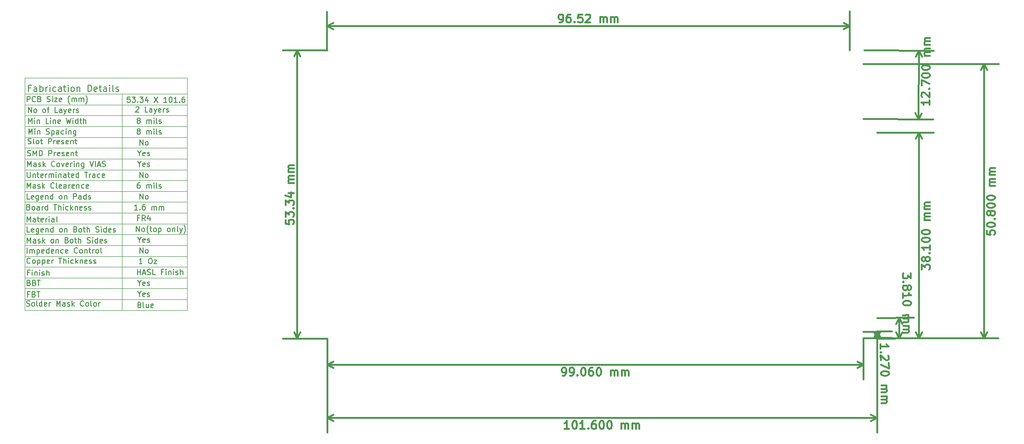
<source format=gbr>
G04 #@! TF.FileFunction,Drawing*
%FSLAX46Y46*%
G04 Gerber Fmt 4.6, Leading zero omitted, Abs format (unit mm)*
G04 Created by KiCad (PCBNEW 4.0.4-stable) date 04/20/17 14:33:44*
%MOMM*%
%LPD*%
G01*
G04 APERTURE LIST*
%ADD10C,0.100000*%
%ADD11C,0.300000*%
%ADD12C,0.150000*%
G04 APERTURE END LIST*
D10*
D11*
X190545727Y-46020406D02*
X190831442Y-46020288D01*
X190974269Y-45948801D01*
X191045667Y-45877342D01*
X191188437Y-45662998D01*
X191259746Y-45377253D01*
X191259509Y-44805825D01*
X191188022Y-44662998D01*
X191116564Y-44591599D01*
X190973677Y-44520229D01*
X190687963Y-44520347D01*
X190545135Y-44591835D01*
X190473736Y-44663294D01*
X190402366Y-44806181D01*
X190402514Y-45163324D01*
X190474003Y-45306151D01*
X190545460Y-45377549D01*
X190688348Y-45448919D01*
X190974062Y-45448801D01*
X191116889Y-45377313D01*
X191188289Y-45305855D01*
X191259657Y-45162968D01*
X192545105Y-44519577D02*
X192259391Y-44519696D01*
X192116563Y-44591184D01*
X192045164Y-44662643D01*
X191902396Y-44876987D01*
X191831085Y-45162731D01*
X191831322Y-45734159D01*
X191902810Y-45876987D01*
X191974268Y-45948386D01*
X192117156Y-46019755D01*
X192402870Y-46019637D01*
X192545697Y-45948149D01*
X192617096Y-45876691D01*
X192688465Y-45733804D01*
X192688317Y-45376661D01*
X192616830Y-45233834D01*
X192545371Y-45162435D01*
X192402485Y-45091066D01*
X192116771Y-45091184D01*
X191973942Y-45162672D01*
X191902544Y-45234130D01*
X191831174Y-45377016D01*
X193331381Y-45876395D02*
X193402839Y-45947794D01*
X193331440Y-46019252D01*
X193259982Y-45947853D01*
X193331381Y-45876395D01*
X193331440Y-46019252D01*
X194759391Y-44518660D02*
X194045105Y-44518956D01*
X193973972Y-45233271D01*
X194045371Y-45161814D01*
X194188199Y-45090326D01*
X194545342Y-45090178D01*
X194688228Y-45161547D01*
X194759687Y-45232946D01*
X194831174Y-45375773D01*
X194831322Y-45732916D01*
X194759953Y-45875803D01*
X194688554Y-45947261D01*
X194545726Y-46018748D01*
X194188583Y-46018896D01*
X194045697Y-45947528D01*
X193974238Y-45876128D01*
X195402306Y-44661251D02*
X195473705Y-44589793D01*
X195616533Y-44518304D01*
X195973676Y-44518156D01*
X196116562Y-44589526D01*
X196188021Y-44660926D01*
X196259508Y-44803753D01*
X196259567Y-44946610D01*
X196188228Y-45160926D01*
X195331440Y-46018423D01*
X196260011Y-46018038D01*
X198045725Y-46017298D02*
X198045311Y-45017298D01*
X198045370Y-45160156D02*
X198116768Y-45088697D01*
X198259597Y-45017209D01*
X198473882Y-45017120D01*
X198616768Y-45088490D01*
X198688256Y-45231317D01*
X198688582Y-46017031D01*
X198688256Y-45231317D02*
X198759626Y-45088431D01*
X198902454Y-45016943D01*
X199116739Y-45016854D01*
X199259626Y-45088224D01*
X199331113Y-45231051D01*
X199331439Y-46016765D01*
X200045725Y-46016469D02*
X200045310Y-45016469D01*
X200045370Y-45159327D02*
X200116768Y-45087868D01*
X200259596Y-45016380D01*
X200473881Y-45016291D01*
X200616768Y-45087661D01*
X200688256Y-45230488D01*
X200688582Y-46016202D01*
X200688256Y-45230488D02*
X200759626Y-45087602D01*
X200902453Y-45016114D01*
X201116738Y-45016025D01*
X201259626Y-45087395D01*
X201331113Y-45230222D01*
X201331439Y-46015936D01*
X147648147Y-46709615D02*
X244158147Y-46669615D01*
X147650000Y-51180000D02*
X147647028Y-44009615D01*
X244160000Y-51140000D02*
X244157028Y-43969615D01*
X244158147Y-46669615D02*
X243031886Y-47256503D01*
X244158147Y-46669615D02*
X243031400Y-46083661D01*
X147648147Y-46709615D02*
X148774894Y-47295569D01*
X147648147Y-46709615D02*
X148774408Y-46122727D01*
X192363573Y-121198571D02*
X191506430Y-121198571D01*
X191935002Y-121198571D02*
X191935002Y-119698571D01*
X191792145Y-119912857D01*
X191649287Y-120055714D01*
X191506430Y-120127143D01*
X193292144Y-119698571D02*
X193435001Y-119698571D01*
X193577858Y-119770000D01*
X193649287Y-119841429D01*
X193720716Y-119984286D01*
X193792144Y-120270000D01*
X193792144Y-120627143D01*
X193720716Y-120912857D01*
X193649287Y-121055714D01*
X193577858Y-121127143D01*
X193435001Y-121198571D01*
X193292144Y-121198571D01*
X193149287Y-121127143D01*
X193077858Y-121055714D01*
X193006430Y-120912857D01*
X192935001Y-120627143D01*
X192935001Y-120270000D01*
X193006430Y-119984286D01*
X193077858Y-119841429D01*
X193149287Y-119770000D01*
X193292144Y-119698571D01*
X195220715Y-121198571D02*
X194363572Y-121198571D01*
X194792144Y-121198571D02*
X194792144Y-119698571D01*
X194649287Y-119912857D01*
X194506429Y-120055714D01*
X194363572Y-120127143D01*
X195863572Y-121055714D02*
X195935000Y-121127143D01*
X195863572Y-121198571D01*
X195792143Y-121127143D01*
X195863572Y-121055714D01*
X195863572Y-121198571D01*
X197220715Y-119698571D02*
X196935001Y-119698571D01*
X196792144Y-119770000D01*
X196720715Y-119841429D01*
X196577858Y-120055714D01*
X196506429Y-120341429D01*
X196506429Y-120912857D01*
X196577858Y-121055714D01*
X196649286Y-121127143D01*
X196792144Y-121198571D01*
X197077858Y-121198571D01*
X197220715Y-121127143D01*
X197292144Y-121055714D01*
X197363572Y-120912857D01*
X197363572Y-120555714D01*
X197292144Y-120412857D01*
X197220715Y-120341429D01*
X197077858Y-120270000D01*
X196792144Y-120270000D01*
X196649286Y-120341429D01*
X196577858Y-120412857D01*
X196506429Y-120555714D01*
X198292143Y-119698571D02*
X198435000Y-119698571D01*
X198577857Y-119770000D01*
X198649286Y-119841429D01*
X198720715Y-119984286D01*
X198792143Y-120270000D01*
X198792143Y-120627143D01*
X198720715Y-120912857D01*
X198649286Y-121055714D01*
X198577857Y-121127143D01*
X198435000Y-121198571D01*
X198292143Y-121198571D01*
X198149286Y-121127143D01*
X198077857Y-121055714D01*
X198006429Y-120912857D01*
X197935000Y-120627143D01*
X197935000Y-120270000D01*
X198006429Y-119984286D01*
X198077857Y-119841429D01*
X198149286Y-119770000D01*
X198292143Y-119698571D01*
X199720714Y-119698571D02*
X199863571Y-119698571D01*
X200006428Y-119770000D01*
X200077857Y-119841429D01*
X200149286Y-119984286D01*
X200220714Y-120270000D01*
X200220714Y-120627143D01*
X200149286Y-120912857D01*
X200077857Y-121055714D01*
X200006428Y-121127143D01*
X199863571Y-121198571D01*
X199720714Y-121198571D01*
X199577857Y-121127143D01*
X199506428Y-121055714D01*
X199435000Y-120912857D01*
X199363571Y-120627143D01*
X199363571Y-120270000D01*
X199435000Y-119984286D01*
X199506428Y-119841429D01*
X199577857Y-119770000D01*
X199720714Y-119698571D01*
X202006428Y-121198571D02*
X202006428Y-120198571D01*
X202006428Y-120341429D02*
X202077856Y-120270000D01*
X202220714Y-120198571D01*
X202434999Y-120198571D01*
X202577856Y-120270000D01*
X202649285Y-120412857D01*
X202649285Y-121198571D01*
X202649285Y-120412857D02*
X202720714Y-120270000D01*
X202863571Y-120198571D01*
X203077856Y-120198571D01*
X203220714Y-120270000D01*
X203292142Y-120412857D01*
X203292142Y-121198571D01*
X204006428Y-121198571D02*
X204006428Y-120198571D01*
X204006428Y-120341429D02*
X204077856Y-120270000D01*
X204220714Y-120198571D01*
X204434999Y-120198571D01*
X204577856Y-120270000D01*
X204649285Y-120412857D01*
X204649285Y-121198571D01*
X204649285Y-120412857D02*
X204720714Y-120270000D01*
X204863571Y-120198571D01*
X205077856Y-120198571D01*
X205220714Y-120270000D01*
X205292142Y-120412857D01*
X205292142Y-121198571D01*
X147670000Y-119170000D02*
X249200000Y-119170000D01*
X147670000Y-104470000D02*
X147670000Y-121870000D01*
X249200000Y-104470000D02*
X249200000Y-121870000D01*
X249200000Y-119170000D02*
X248073496Y-119756421D01*
X249200000Y-119170000D02*
X248073496Y-118583579D01*
X147670000Y-119170000D02*
X148796504Y-119756421D01*
X147670000Y-119170000D02*
X148796504Y-118583579D01*
X258886951Y-60363328D02*
X258878834Y-61220433D01*
X258882892Y-60791880D02*
X257382960Y-60777674D01*
X257595883Y-60922554D01*
X257737381Y-61066759D01*
X257807454Y-61210286D01*
X257535282Y-59779073D02*
X257464533Y-59706970D01*
X257394460Y-59563443D01*
X257397842Y-59206316D01*
X257470621Y-59064142D01*
X257542723Y-58993393D01*
X257686250Y-58923321D01*
X257829101Y-58924674D01*
X258042701Y-58998128D01*
X258891687Y-59863351D01*
X258900481Y-58934821D01*
X258763719Y-58290640D02*
X258835821Y-58219892D01*
X258906569Y-58291993D01*
X258834468Y-58362743D01*
X258763719Y-58290640D01*
X258906569Y-58291993D01*
X257412048Y-57706384D02*
X257421519Y-56706429D01*
X258915364Y-57363463D01*
X257429637Y-55849325D02*
X257430990Y-55706474D01*
X257503769Y-55564300D01*
X257575871Y-55493551D01*
X257719398Y-55423478D01*
X258005776Y-55354759D01*
X258362903Y-55358142D01*
X258647927Y-55432272D01*
X258790102Y-55505051D01*
X258860851Y-55577153D01*
X258930923Y-55720681D01*
X258929570Y-55863531D01*
X258856792Y-56005705D01*
X258784690Y-56076455D01*
X258641163Y-56146526D01*
X258354785Y-56215246D01*
X257997658Y-56211864D01*
X257712633Y-56137732D01*
X257570459Y-56064954D01*
X257499710Y-55992852D01*
X257429637Y-55849325D01*
X257443167Y-54420818D02*
X257444520Y-54277967D01*
X257517298Y-54135793D01*
X257589401Y-54065044D01*
X257732928Y-53994971D01*
X258019305Y-53926252D01*
X258376432Y-53929635D01*
X258661457Y-54003766D01*
X258803631Y-54076544D01*
X258874381Y-54148647D01*
X258944452Y-54292174D01*
X258943099Y-54435024D01*
X258870322Y-54577198D01*
X258798219Y-54647948D01*
X258654692Y-54718019D01*
X258368315Y-54786739D01*
X258011188Y-54783357D01*
X257726163Y-54709225D01*
X257583989Y-54636447D01*
X257513240Y-54564345D01*
X257443167Y-54420818D01*
X258964747Y-52149413D02*
X257964792Y-52139942D01*
X258107643Y-52141295D02*
X258036894Y-52069194D01*
X257966821Y-51925666D01*
X257968851Y-51711390D01*
X258041629Y-51569216D01*
X258185156Y-51499143D01*
X258970835Y-51506585D01*
X258185156Y-51499143D02*
X258042982Y-51426364D01*
X257972910Y-51282837D01*
X257974939Y-51068562D01*
X258047718Y-50926387D01*
X258191245Y-50856315D01*
X258976924Y-50863756D01*
X258983688Y-50149502D02*
X257983733Y-50140032D01*
X258126585Y-50141385D02*
X258055836Y-50069283D01*
X257985763Y-49925755D01*
X257987792Y-49711480D01*
X258060571Y-49569306D01*
X258204098Y-49499233D01*
X258989777Y-49506674D01*
X258204098Y-49499233D02*
X258061924Y-49426454D01*
X257991851Y-49282927D01*
X257993881Y-49068652D01*
X258066659Y-48926477D01*
X258210186Y-48856405D01*
X258995865Y-48863846D01*
X256849208Y-63926030D02*
X256969208Y-51256030D01*
X246710000Y-63830000D02*
X259549087Y-63951601D01*
X246830000Y-51160000D02*
X259669087Y-51281601D01*
X256969208Y-51256030D02*
X257544934Y-52388037D01*
X256969208Y-51256030D02*
X256372145Y-52376929D01*
X256849208Y-63926030D02*
X257446271Y-62805131D01*
X256849208Y-63926030D02*
X256273482Y-62794023D01*
X257459079Y-91702220D02*
X257459812Y-90773649D01*
X258030846Y-91274100D01*
X258031016Y-91059814D01*
X258102557Y-90917013D01*
X258174042Y-90845641D01*
X258316955Y-90774326D01*
X258674098Y-90774607D01*
X258816898Y-90846148D01*
X258888271Y-90917633D01*
X258959586Y-91060547D01*
X258959248Y-91489119D01*
X258887707Y-91631919D01*
X258816222Y-91703291D01*
X258103346Y-89917014D02*
X258031805Y-90059815D01*
X257960319Y-90131187D01*
X257817406Y-90202503D01*
X257745978Y-90202447D01*
X257603177Y-90130905D01*
X257531805Y-90059421D01*
X257460488Y-89916506D01*
X257460714Y-89630793D01*
X257532256Y-89487992D01*
X257603741Y-89416619D01*
X257746654Y-89345304D01*
X257818082Y-89345360D01*
X257960883Y-89416901D01*
X258032255Y-89488386D01*
X258103572Y-89631300D01*
X258103346Y-89917014D01*
X258174662Y-90059928D01*
X258246034Y-90131412D01*
X258388835Y-90202954D01*
X258674549Y-90203179D01*
X258817462Y-90131863D01*
X258888947Y-90060492D01*
X258960488Y-89917690D01*
X258960713Y-89631976D01*
X258889398Y-89489063D01*
X258818026Y-89417577D01*
X258675225Y-89346037D01*
X258389511Y-89345811D01*
X258246598Y-89417127D01*
X258175112Y-89488499D01*
X258103572Y-89631300D01*
X258818589Y-88703293D02*
X258890075Y-88631921D01*
X258961446Y-88703405D01*
X258889962Y-88774778D01*
X258818589Y-88703293D01*
X258961446Y-88703405D01*
X258962630Y-87203406D02*
X258961953Y-88060549D01*
X258962292Y-87631977D02*
X257462292Y-87630793D01*
X257676465Y-87773819D01*
X257819209Y-87916790D01*
X257890526Y-88059703D01*
X257463363Y-86273652D02*
X257463476Y-86130795D01*
X257535017Y-85987994D01*
X257606503Y-85916621D01*
X257749416Y-85845305D01*
X258035186Y-85774103D01*
X258392329Y-85774384D01*
X258677987Y-85846038D01*
X258820787Y-85917580D01*
X258892160Y-85989065D01*
X258963475Y-86131978D01*
X258963362Y-86274835D01*
X258891822Y-86417636D01*
X258820336Y-86489008D01*
X258677423Y-86560324D01*
X258391653Y-86631527D01*
X258034510Y-86631245D01*
X257748852Y-86559591D01*
X257606052Y-86488050D01*
X257534679Y-86416565D01*
X257463363Y-86273652D01*
X257464490Y-84845081D02*
X257464603Y-84702224D01*
X257536145Y-84559423D01*
X257607630Y-84488051D01*
X257750543Y-84416735D01*
X258036313Y-84345532D01*
X258393456Y-84345814D01*
X258679114Y-84417467D01*
X258821915Y-84489009D01*
X258893287Y-84560494D01*
X258964602Y-84703408D01*
X258964490Y-84846265D01*
X258892949Y-84989065D01*
X258821464Y-85060438D01*
X258678550Y-85131753D01*
X258392780Y-85202957D01*
X258035637Y-85202675D01*
X257749980Y-85131020D01*
X257607179Y-85059480D01*
X257535806Y-84987994D01*
X257464490Y-84845081D01*
X258966293Y-82560551D02*
X257966294Y-82559762D01*
X258109152Y-82559875D02*
X258037779Y-82488391D01*
X257966463Y-82345476D01*
X257966632Y-82131191D01*
X258038173Y-81988391D01*
X258181087Y-81917075D01*
X258966800Y-81917695D01*
X258181087Y-81917075D02*
X258038286Y-81845533D01*
X257966970Y-81702620D01*
X257967139Y-81488335D01*
X258038681Y-81345533D01*
X258181594Y-81274218D01*
X258967308Y-81274838D01*
X258967871Y-80560552D02*
X257967872Y-80559763D01*
X258110730Y-80559876D02*
X258039357Y-80488391D01*
X257968041Y-80345477D01*
X257968210Y-80131192D01*
X258039752Y-79988391D01*
X258182665Y-79917075D01*
X258968379Y-79917695D01*
X258182665Y-79917075D02*
X258039864Y-79845533D01*
X257968548Y-79702620D01*
X257968717Y-79488335D01*
X258040259Y-79345534D01*
X258183172Y-79274218D01*
X258968886Y-79274838D01*
X256920469Y-104426092D02*
X256950469Y-66406092D01*
X249200000Y-104420000D02*
X259620468Y-104428222D01*
X249230000Y-66400000D02*
X259650468Y-66408222D01*
X256950469Y-66406092D02*
X257536001Y-67533058D01*
X256950469Y-66406092D02*
X256363160Y-67532133D01*
X256920469Y-104426092D02*
X257507778Y-103300051D01*
X256920469Y-104426092D02*
X256334937Y-103299126D01*
X255424318Y-92420235D02*
X255434092Y-93348755D01*
X254857432Y-92854797D01*
X254859687Y-93069072D01*
X254789766Y-93212673D01*
X254719094Y-93284849D01*
X254576997Y-93357777D01*
X254219873Y-93361536D01*
X254076272Y-93291616D01*
X254004095Y-93220943D01*
X253931168Y-93078845D01*
X253926657Y-92650297D01*
X253996577Y-92506696D01*
X254067250Y-92434520D01*
X254083791Y-94005861D02*
X254013118Y-94078037D01*
X253940942Y-94007365D01*
X254011614Y-93935188D01*
X254083791Y-94005861D01*
X253940942Y-94007365D01*
X254807810Y-94926864D02*
X254877731Y-94783262D01*
X254948405Y-94711086D01*
X255090502Y-94638157D01*
X255161926Y-94637405D01*
X255305527Y-94707327D01*
X255377704Y-94777999D01*
X255450632Y-94920097D01*
X255453640Y-95205795D01*
X255383718Y-95349396D01*
X255313045Y-95421573D01*
X255170948Y-95494501D01*
X255099524Y-95495253D01*
X254955923Y-95425332D01*
X254883746Y-95354659D01*
X254810817Y-95212562D01*
X254807810Y-94926864D01*
X254734882Y-94784765D01*
X254662705Y-94714093D01*
X254519105Y-94644172D01*
X254233406Y-94647179D01*
X254091309Y-94720108D01*
X254020636Y-94792284D01*
X253950716Y-94935886D01*
X253953723Y-95221584D01*
X254026651Y-95363681D01*
X254098828Y-95434354D01*
X254242428Y-95504275D01*
X254528127Y-95501267D01*
X254670224Y-95428340D01*
X254740897Y-95356163D01*
X254810817Y-95212562D01*
X253971767Y-96935774D02*
X253962745Y-96078678D01*
X253967256Y-96507227D02*
X255467173Y-96491438D01*
X255251395Y-96350844D01*
X255107042Y-96209498D01*
X255034114Y-96067401D01*
X255481458Y-97848505D02*
X255482961Y-97991354D01*
X255413040Y-98134955D01*
X255342367Y-98207132D01*
X255200270Y-98280060D01*
X254915323Y-98354492D01*
X254558200Y-98358251D01*
X254271750Y-98289834D01*
X254128149Y-98219913D01*
X254055972Y-98149240D01*
X253983045Y-98007142D01*
X253981541Y-97864293D01*
X254051461Y-97720692D01*
X254122134Y-97648516D01*
X254264232Y-97575588D01*
X254549178Y-97501155D01*
X254906301Y-97497396D01*
X255192751Y-97565814D01*
X255336352Y-97635734D01*
X255408529Y-97706408D01*
X255481458Y-97848505D01*
X254005600Y-100149881D02*
X255005544Y-100139355D01*
X254862694Y-100140859D02*
X254934871Y-100211531D01*
X255007800Y-100353629D01*
X255010055Y-100567902D01*
X254940134Y-100711503D01*
X254798037Y-100784432D01*
X254012366Y-100792702D01*
X254798037Y-100784432D02*
X254941638Y-100854353D01*
X255014566Y-100996451D01*
X255016822Y-101210724D01*
X254946901Y-101354326D01*
X254804803Y-101427253D01*
X254019133Y-101435524D01*
X254026651Y-102149770D02*
X255026596Y-102139244D01*
X254883746Y-102140748D02*
X254955923Y-102211420D01*
X255028851Y-102353518D01*
X255031107Y-102567791D01*
X254961185Y-102711392D01*
X254819088Y-102784321D01*
X254033418Y-102792591D01*
X254819088Y-102784321D02*
X254962689Y-102854242D01*
X255035618Y-102996340D01*
X255037873Y-103210613D01*
X254967952Y-103354215D01*
X254825855Y-103427143D01*
X254040184Y-103435413D01*
X253331653Y-104457035D02*
X253291653Y-100657035D01*
X249250000Y-104500000D02*
X256031503Y-104428616D01*
X249210000Y-100700000D02*
X255991503Y-100628616D01*
X253291653Y-100657035D02*
X253889899Y-101777304D01*
X253291653Y-100657035D02*
X252717122Y-101789649D01*
X253331653Y-104457035D02*
X253906184Y-103324421D01*
X253331653Y-104457035D02*
X252733407Y-103336766D01*
X249839521Y-106368691D02*
X249825698Y-105511660D01*
X249832610Y-105940176D02*
X251332415Y-105915985D01*
X251115853Y-105776603D01*
X250970710Y-105636067D01*
X250896987Y-105494381D01*
X249992727Y-107009161D02*
X249922459Y-107081731D01*
X249849889Y-107011464D01*
X249920155Y-106938893D01*
X249992727Y-107009161D01*
X249849889Y-107011464D01*
X251217221Y-107632351D02*
X251289793Y-107702619D01*
X251363517Y-107844306D01*
X251369276Y-108201402D01*
X251300160Y-108345392D01*
X251229893Y-108417964D01*
X251088206Y-108491687D01*
X250945368Y-108493991D01*
X250729958Y-108426028D01*
X249859104Y-107582819D01*
X249874079Y-108511269D01*
X251381947Y-108987014D02*
X251398074Y-109986884D01*
X249887902Y-109368301D01*
X251411897Y-110843914D02*
X251414201Y-110986753D01*
X251345085Y-111130743D01*
X251274818Y-111203315D01*
X251133131Y-111277038D01*
X250848606Y-111353065D01*
X250491510Y-111358824D01*
X250204681Y-111292013D01*
X250060690Y-111222898D01*
X249988119Y-111152630D01*
X249914396Y-111010943D01*
X249912092Y-110868105D01*
X249981207Y-110724115D01*
X250051475Y-110651543D01*
X250193162Y-110577820D01*
X250477686Y-110501793D01*
X250834783Y-110496033D01*
X251121612Y-110562845D01*
X251265602Y-110631960D01*
X251338174Y-110702228D01*
X251411897Y-110843914D01*
X249948954Y-113153522D02*
X250948824Y-113137395D01*
X250805984Y-113139699D02*
X250878556Y-113209965D01*
X250952280Y-113351653D01*
X250955735Y-113565910D01*
X250886620Y-113709900D01*
X250744933Y-113783624D01*
X249959321Y-113796295D01*
X250744933Y-113783624D02*
X250888923Y-113852740D01*
X250962647Y-113994426D01*
X250966103Y-114208683D01*
X250896987Y-114352675D01*
X250755300Y-114426397D01*
X249969689Y-114439068D01*
X249981208Y-115153262D02*
X250981078Y-115137135D01*
X250838238Y-115139438D02*
X250910810Y-115209705D01*
X250984534Y-115351393D01*
X250987989Y-115565650D01*
X250918873Y-115709640D01*
X250777187Y-115783364D01*
X249991575Y-115796035D01*
X250777187Y-115783364D02*
X250921177Y-115852480D01*
X250994901Y-115994166D01*
X250998357Y-116208423D01*
X250929241Y-116352415D01*
X250787554Y-116426137D01*
X250001942Y-116438808D01*
X249253055Y-104409467D02*
X249233055Y-103169467D01*
X246740000Y-104450000D02*
X251952704Y-104365924D01*
X246720000Y-103210000D02*
X251932704Y-103125924D01*
X249233055Y-103169467D02*
X249837567Y-104286367D01*
X249233055Y-103169467D02*
X248664878Y-104305281D01*
X249253055Y-104409467D02*
X249821232Y-103273653D01*
X249253055Y-104409467D02*
X248648543Y-103292567D01*
X269459458Y-84492047D02*
X269459036Y-85206333D01*
X270173279Y-85278185D01*
X270101894Y-85206713D01*
X270030549Y-85063814D01*
X270030760Y-84706671D01*
X270102274Y-84563856D01*
X270173744Y-84492470D01*
X270316643Y-84421126D01*
X270673786Y-84421337D01*
X270816601Y-84492850D01*
X270887988Y-84564321D01*
X270959331Y-84707220D01*
X270959120Y-85064363D01*
X270887608Y-85207178D01*
X270816136Y-85278565D01*
X269460050Y-83492048D02*
X269460134Y-83349191D01*
X269531648Y-83206377D01*
X269603119Y-83134990D01*
X269746018Y-83063645D01*
X270031774Y-82992386D01*
X270388917Y-82992598D01*
X270674589Y-83064195D01*
X270817404Y-83135708D01*
X270888790Y-83207179D01*
X270960134Y-83350079D01*
X270960049Y-83492936D01*
X270888537Y-83635750D01*
X270817066Y-83707137D01*
X270674167Y-83778481D01*
X270388410Y-83849741D01*
X270031267Y-83849529D01*
X269745596Y-83777931D01*
X269602781Y-83706419D01*
X269531394Y-83634948D01*
X269460050Y-83492048D01*
X270817868Y-82349994D02*
X270889340Y-82278609D01*
X270960725Y-82350079D01*
X270889255Y-82421466D01*
X270817868Y-82349994D01*
X270960725Y-82350079D01*
X270104133Y-81421000D02*
X270032619Y-81563816D01*
X269961148Y-81635201D01*
X269818249Y-81706546D01*
X269746821Y-81706504D01*
X269604006Y-81634990D01*
X269532619Y-81563520D01*
X269461275Y-81420620D01*
X269461444Y-81134906D01*
X269532957Y-80992091D01*
X269604429Y-80920704D01*
X269747328Y-80849361D01*
X269818756Y-80849403D01*
X269961571Y-80920916D01*
X270032957Y-80992387D01*
X270104302Y-81135286D01*
X270104133Y-81421000D01*
X270175476Y-81563900D01*
X270246863Y-81635370D01*
X270389678Y-81706884D01*
X270675392Y-81707053D01*
X270818291Y-81635708D01*
X270889762Y-81564323D01*
X270961275Y-81421507D01*
X270961444Y-81135793D01*
X270890100Y-80992894D01*
X270818713Y-80921423D01*
X270675899Y-80849910D01*
X270390185Y-80849741D01*
X270247286Y-80921085D01*
X270175814Y-80992471D01*
X270104302Y-81135286D01*
X269462162Y-79920621D02*
X269462247Y-79777764D01*
X269533760Y-79634949D01*
X269605231Y-79563563D01*
X269748131Y-79492218D01*
X270033887Y-79420959D01*
X270391030Y-79421170D01*
X270676701Y-79492767D01*
X270819516Y-79564281D01*
X270890903Y-79635752D01*
X270962246Y-79778651D01*
X270962162Y-79921508D01*
X270890649Y-80064323D01*
X270819178Y-80135710D01*
X270676279Y-80207053D01*
X270390523Y-80278313D01*
X270033380Y-80278102D01*
X269747708Y-80206504D01*
X269604893Y-80134991D01*
X269533507Y-80063520D01*
X269462162Y-79920621D01*
X269463007Y-78492050D02*
X269463092Y-78349193D01*
X269534605Y-78206379D01*
X269606076Y-78134992D01*
X269748976Y-78063647D01*
X270034732Y-77992388D01*
X270391875Y-77992600D01*
X270677546Y-78064197D01*
X270820361Y-78135710D01*
X270891748Y-78207181D01*
X270963091Y-78350080D01*
X270963007Y-78492937D01*
X270891494Y-78635752D01*
X270820023Y-78707139D01*
X270677124Y-78778482D01*
X270391368Y-78849742D01*
X270034225Y-78849531D01*
X269748553Y-78777933D01*
X269605738Y-78706421D01*
X269534352Y-78634949D01*
X269463007Y-78492050D01*
X270964359Y-76207224D02*
X269964359Y-76206632D01*
X270107217Y-76206717D02*
X270035830Y-76135247D01*
X269964486Y-75992346D01*
X269964612Y-75778061D01*
X270036126Y-75635247D01*
X270179025Y-75563902D01*
X270964739Y-75564367D01*
X270179025Y-75563902D02*
X270036210Y-75492389D01*
X269964866Y-75349490D01*
X269964993Y-75135205D01*
X270036506Y-74992389D01*
X270179405Y-74921045D01*
X270965119Y-74921510D01*
X270965542Y-74207224D02*
X269965542Y-74206633D01*
X270108400Y-74206717D02*
X270037013Y-74135247D01*
X269965669Y-73992347D01*
X269965795Y-73778062D01*
X270037309Y-73635247D01*
X270180208Y-73563903D01*
X270965922Y-73564367D01*
X270180208Y-73563903D02*
X270037393Y-73492389D01*
X269966049Y-73349490D01*
X269966176Y-73135205D01*
X270037689Y-72992389D01*
X270180588Y-72921046D01*
X270966302Y-72921510D01*
X268919098Y-104423166D02*
X268949098Y-53703166D01*
X246660000Y-104410000D02*
X271619098Y-104424763D01*
X246690000Y-53690000D02*
X271649098Y-53704763D01*
X268949098Y-53703166D02*
X269534852Y-54830016D01*
X268949098Y-53703166D02*
X268362011Y-54829323D01*
X268919098Y-104423166D02*
X269506185Y-103297009D01*
X268919098Y-104423166D02*
X268333344Y-103296316D01*
X139988571Y-82534284D02*
X139988571Y-83248570D01*
X140702857Y-83319999D01*
X140631429Y-83248570D01*
X140560000Y-83105713D01*
X140560000Y-82748570D01*
X140631429Y-82605713D01*
X140702857Y-82534284D01*
X140845714Y-82462856D01*
X141202857Y-82462856D01*
X141345714Y-82534284D01*
X141417143Y-82605713D01*
X141488571Y-82748570D01*
X141488571Y-83105713D01*
X141417143Y-83248570D01*
X141345714Y-83319999D01*
X139988571Y-81962856D02*
X139988571Y-81034285D01*
X140560000Y-81534285D01*
X140560000Y-81319999D01*
X140631429Y-81177142D01*
X140702857Y-81105713D01*
X140845714Y-81034285D01*
X141202857Y-81034285D01*
X141345714Y-81105713D01*
X141417143Y-81177142D01*
X141488571Y-81319999D01*
X141488571Y-81748571D01*
X141417143Y-81891428D01*
X141345714Y-81962856D01*
X141345714Y-80391428D02*
X141417143Y-80320000D01*
X141488571Y-80391428D01*
X141417143Y-80462857D01*
X141345714Y-80391428D01*
X141488571Y-80391428D01*
X139988571Y-79819999D02*
X139988571Y-78891428D01*
X140560000Y-79391428D01*
X140560000Y-79177142D01*
X140631429Y-79034285D01*
X140702857Y-78962856D01*
X140845714Y-78891428D01*
X141202857Y-78891428D01*
X141345714Y-78962856D01*
X141417143Y-79034285D01*
X141488571Y-79177142D01*
X141488571Y-79605714D01*
X141417143Y-79748571D01*
X141345714Y-79819999D01*
X140488571Y-77605714D02*
X141488571Y-77605714D01*
X139917143Y-77962857D02*
X140988571Y-78320000D01*
X140988571Y-77391428D01*
X141488571Y-75677143D02*
X140488571Y-75677143D01*
X140631429Y-75677143D02*
X140560000Y-75605715D01*
X140488571Y-75462857D01*
X140488571Y-75248572D01*
X140560000Y-75105715D01*
X140702857Y-75034286D01*
X141488571Y-75034286D01*
X140702857Y-75034286D02*
X140560000Y-74962857D01*
X140488571Y-74820000D01*
X140488571Y-74605715D01*
X140560000Y-74462857D01*
X140702857Y-74391429D01*
X141488571Y-74391429D01*
X141488571Y-73677143D02*
X140488571Y-73677143D01*
X140631429Y-73677143D02*
X140560000Y-73605715D01*
X140488571Y-73462857D01*
X140488571Y-73248572D01*
X140560000Y-73105715D01*
X140702857Y-73034286D01*
X141488571Y-73034286D01*
X140702857Y-73034286D02*
X140560000Y-72962857D01*
X140488571Y-72820000D01*
X140488571Y-72605715D01*
X140560000Y-72462857D01*
X140702857Y-72391429D01*
X141488571Y-72391429D01*
X142160000Y-104470000D02*
X142160000Y-51170000D01*
X147670000Y-104470000D02*
X139460000Y-104470000D01*
X147670000Y-51170000D02*
X139460000Y-51170000D01*
X142160000Y-51170000D02*
X142746421Y-52296504D01*
X142160000Y-51170000D02*
X141573579Y-52296504D01*
X142160000Y-104470000D02*
X142746421Y-103343496D01*
X142160000Y-104470000D02*
X141573579Y-103343496D01*
X191108572Y-111358571D02*
X191394287Y-111358571D01*
X191537144Y-111287143D01*
X191608572Y-111215714D01*
X191751430Y-111001429D01*
X191822858Y-110715714D01*
X191822858Y-110144286D01*
X191751430Y-110001429D01*
X191680001Y-109930000D01*
X191537144Y-109858571D01*
X191251430Y-109858571D01*
X191108572Y-109930000D01*
X191037144Y-110001429D01*
X190965715Y-110144286D01*
X190965715Y-110501429D01*
X191037144Y-110644286D01*
X191108572Y-110715714D01*
X191251430Y-110787143D01*
X191537144Y-110787143D01*
X191680001Y-110715714D01*
X191751430Y-110644286D01*
X191822858Y-110501429D01*
X192537143Y-111358571D02*
X192822858Y-111358571D01*
X192965715Y-111287143D01*
X193037143Y-111215714D01*
X193180001Y-111001429D01*
X193251429Y-110715714D01*
X193251429Y-110144286D01*
X193180001Y-110001429D01*
X193108572Y-109930000D01*
X192965715Y-109858571D01*
X192680001Y-109858571D01*
X192537143Y-109930000D01*
X192465715Y-110001429D01*
X192394286Y-110144286D01*
X192394286Y-110501429D01*
X192465715Y-110644286D01*
X192537143Y-110715714D01*
X192680001Y-110787143D01*
X192965715Y-110787143D01*
X193108572Y-110715714D01*
X193180001Y-110644286D01*
X193251429Y-110501429D01*
X193894286Y-111215714D02*
X193965714Y-111287143D01*
X193894286Y-111358571D01*
X193822857Y-111287143D01*
X193894286Y-111215714D01*
X193894286Y-111358571D01*
X194894286Y-109858571D02*
X195037143Y-109858571D01*
X195180000Y-109930000D01*
X195251429Y-110001429D01*
X195322858Y-110144286D01*
X195394286Y-110430000D01*
X195394286Y-110787143D01*
X195322858Y-111072857D01*
X195251429Y-111215714D01*
X195180000Y-111287143D01*
X195037143Y-111358571D01*
X194894286Y-111358571D01*
X194751429Y-111287143D01*
X194680000Y-111215714D01*
X194608572Y-111072857D01*
X194537143Y-110787143D01*
X194537143Y-110430000D01*
X194608572Y-110144286D01*
X194680000Y-110001429D01*
X194751429Y-109930000D01*
X194894286Y-109858571D01*
X196680000Y-109858571D02*
X196394286Y-109858571D01*
X196251429Y-109930000D01*
X196180000Y-110001429D01*
X196037143Y-110215714D01*
X195965714Y-110501429D01*
X195965714Y-111072857D01*
X196037143Y-111215714D01*
X196108571Y-111287143D01*
X196251429Y-111358571D01*
X196537143Y-111358571D01*
X196680000Y-111287143D01*
X196751429Y-111215714D01*
X196822857Y-111072857D01*
X196822857Y-110715714D01*
X196751429Y-110572857D01*
X196680000Y-110501429D01*
X196537143Y-110430000D01*
X196251429Y-110430000D01*
X196108571Y-110501429D01*
X196037143Y-110572857D01*
X195965714Y-110715714D01*
X197751428Y-109858571D02*
X197894285Y-109858571D01*
X198037142Y-109930000D01*
X198108571Y-110001429D01*
X198180000Y-110144286D01*
X198251428Y-110430000D01*
X198251428Y-110787143D01*
X198180000Y-111072857D01*
X198108571Y-111215714D01*
X198037142Y-111287143D01*
X197894285Y-111358571D01*
X197751428Y-111358571D01*
X197608571Y-111287143D01*
X197537142Y-111215714D01*
X197465714Y-111072857D01*
X197394285Y-110787143D01*
X197394285Y-110430000D01*
X197465714Y-110144286D01*
X197537142Y-110001429D01*
X197608571Y-109930000D01*
X197751428Y-109858571D01*
X200037142Y-111358571D02*
X200037142Y-110358571D01*
X200037142Y-110501429D02*
X200108570Y-110430000D01*
X200251428Y-110358571D01*
X200465713Y-110358571D01*
X200608570Y-110430000D01*
X200679999Y-110572857D01*
X200679999Y-111358571D01*
X200679999Y-110572857D02*
X200751428Y-110430000D01*
X200894285Y-110358571D01*
X201108570Y-110358571D01*
X201251428Y-110430000D01*
X201322856Y-110572857D01*
X201322856Y-111358571D01*
X202037142Y-111358571D02*
X202037142Y-110358571D01*
X202037142Y-110501429D02*
X202108570Y-110430000D01*
X202251428Y-110358571D01*
X202465713Y-110358571D01*
X202608570Y-110430000D01*
X202679999Y-110572857D01*
X202679999Y-111358571D01*
X202679999Y-110572857D02*
X202751428Y-110430000D01*
X202894285Y-110358571D01*
X203108570Y-110358571D01*
X203251428Y-110430000D01*
X203322856Y-110572857D01*
X203322856Y-111358571D01*
X147670000Y-109330000D02*
X246690000Y-109330000D01*
X147670000Y-104470000D02*
X147670000Y-112030000D01*
X246690000Y-104470000D02*
X246690000Y-112030000D01*
X246690000Y-109330000D02*
X245563496Y-109916421D01*
X246690000Y-109330000D02*
X245563496Y-108743579D01*
X147670000Y-109330000D02*
X148796504Y-109916421D01*
X147670000Y-109330000D02*
X148796504Y-108743579D01*
D12*
X111270477Y-59772381D02*
X110794286Y-59772381D01*
X110746667Y-60248571D01*
X110794286Y-60200952D01*
X110889524Y-60153333D01*
X111127620Y-60153333D01*
X111222858Y-60200952D01*
X111270477Y-60248571D01*
X111318096Y-60343810D01*
X111318096Y-60581905D01*
X111270477Y-60677143D01*
X111222858Y-60724762D01*
X111127620Y-60772381D01*
X110889524Y-60772381D01*
X110794286Y-60724762D01*
X110746667Y-60677143D01*
X111651429Y-59772381D02*
X112270477Y-59772381D01*
X111937143Y-60153333D01*
X112080001Y-60153333D01*
X112175239Y-60200952D01*
X112222858Y-60248571D01*
X112270477Y-60343810D01*
X112270477Y-60581905D01*
X112222858Y-60677143D01*
X112175239Y-60724762D01*
X112080001Y-60772381D01*
X111794286Y-60772381D01*
X111699048Y-60724762D01*
X111651429Y-60677143D01*
X112699048Y-60677143D02*
X112746667Y-60724762D01*
X112699048Y-60772381D01*
X112651429Y-60724762D01*
X112699048Y-60677143D01*
X112699048Y-60772381D01*
X113080000Y-59772381D02*
X113699048Y-59772381D01*
X113365714Y-60153333D01*
X113508572Y-60153333D01*
X113603810Y-60200952D01*
X113651429Y-60248571D01*
X113699048Y-60343810D01*
X113699048Y-60581905D01*
X113651429Y-60677143D01*
X113603810Y-60724762D01*
X113508572Y-60772381D01*
X113222857Y-60772381D01*
X113127619Y-60724762D01*
X113080000Y-60677143D01*
X114556191Y-60105714D02*
X114556191Y-60772381D01*
X114318095Y-59724762D02*
X114080000Y-60439048D01*
X114699048Y-60439048D01*
X115746667Y-59772381D02*
X116413334Y-60772381D01*
X116413334Y-59772381D02*
X115746667Y-60772381D01*
X118080001Y-60772381D02*
X117508572Y-60772381D01*
X117794286Y-60772381D02*
X117794286Y-59772381D01*
X117699048Y-59915238D01*
X117603810Y-60010476D01*
X117508572Y-60058095D01*
X118699048Y-59772381D02*
X118794287Y-59772381D01*
X118889525Y-59820000D01*
X118937144Y-59867619D01*
X118984763Y-59962857D01*
X119032382Y-60153333D01*
X119032382Y-60391429D01*
X118984763Y-60581905D01*
X118937144Y-60677143D01*
X118889525Y-60724762D01*
X118794287Y-60772381D01*
X118699048Y-60772381D01*
X118603810Y-60724762D01*
X118556191Y-60677143D01*
X118508572Y-60581905D01*
X118460953Y-60391429D01*
X118460953Y-60153333D01*
X118508572Y-59962857D01*
X118556191Y-59867619D01*
X118603810Y-59820000D01*
X118699048Y-59772381D01*
X119984763Y-60772381D02*
X119413334Y-60772381D01*
X119699048Y-60772381D02*
X119699048Y-59772381D01*
X119603810Y-59915238D01*
X119508572Y-60010476D01*
X119413334Y-60058095D01*
X120413334Y-60677143D02*
X120460953Y-60724762D01*
X120413334Y-60772381D01*
X120365715Y-60724762D01*
X120413334Y-60677143D01*
X120413334Y-60772381D01*
X121318096Y-59772381D02*
X121127619Y-59772381D01*
X121032381Y-59820000D01*
X120984762Y-59867619D01*
X120889524Y-60010476D01*
X120841905Y-60200952D01*
X120841905Y-60581905D01*
X120889524Y-60677143D01*
X120937143Y-60724762D01*
X121032381Y-60772381D01*
X121222858Y-60772381D01*
X121318096Y-60724762D01*
X121365715Y-60677143D01*
X121413334Y-60581905D01*
X121413334Y-60343810D01*
X121365715Y-60248571D01*
X121318096Y-60200952D01*
X121222858Y-60153333D01*
X121032381Y-60153333D01*
X120937143Y-60200952D01*
X120889524Y-60248571D01*
X120841905Y-60343810D01*
D10*
X91810000Y-56220000D02*
X91810000Y-99220000D01*
X91810000Y-97220000D02*
X121810000Y-97220000D01*
X121810000Y-56220000D02*
X121810000Y-99220000D01*
X91810000Y-59220000D02*
X121810000Y-59220000D01*
X91810000Y-56220000D02*
X121810000Y-56220000D01*
X91810000Y-61220000D02*
X121810000Y-61220000D01*
X91810000Y-63220000D02*
X121810000Y-63220000D01*
X91810000Y-65220000D02*
X121810000Y-65220000D01*
X91810000Y-69220000D02*
X121810000Y-69220000D01*
X91810000Y-67220000D02*
X121810000Y-67220000D01*
X91810000Y-71220000D02*
X121810000Y-71220000D01*
X91810000Y-73220000D02*
X121810000Y-73220000D01*
X91810000Y-75220000D02*
X121810000Y-75220000D01*
X91810000Y-77220000D02*
X121810000Y-77220000D01*
X91810000Y-79220000D02*
X121810000Y-79220000D01*
X91810000Y-81220000D02*
X121810000Y-81220000D01*
X91810000Y-83220000D02*
X121810000Y-83220000D01*
X91810000Y-85220000D02*
X121810000Y-85220000D01*
X91810000Y-87220000D02*
X121810000Y-87220000D01*
X91810000Y-89220000D02*
X121810000Y-89220000D01*
X91810000Y-91220000D02*
X121810000Y-91220000D01*
X91810000Y-93220000D02*
X121810000Y-93220000D01*
X91810000Y-95220000D02*
X121810000Y-95220000D01*
X109810000Y-99220000D02*
X109810000Y-59220000D01*
X91810000Y-99220000D02*
X121810000Y-99220000D01*
D12*
X92238571Y-60672381D02*
X92238571Y-59672381D01*
X92619524Y-59672381D01*
X92714762Y-59720000D01*
X92762381Y-59767619D01*
X92810000Y-59862857D01*
X92810000Y-60005714D01*
X92762381Y-60100952D01*
X92714762Y-60148571D01*
X92619524Y-60196190D01*
X92238571Y-60196190D01*
X93810000Y-60577143D02*
X93762381Y-60624762D01*
X93619524Y-60672381D01*
X93524286Y-60672381D01*
X93381428Y-60624762D01*
X93286190Y-60529524D01*
X93238571Y-60434286D01*
X93190952Y-60243810D01*
X93190952Y-60100952D01*
X93238571Y-59910476D01*
X93286190Y-59815238D01*
X93381428Y-59720000D01*
X93524286Y-59672381D01*
X93619524Y-59672381D01*
X93762381Y-59720000D01*
X93810000Y-59767619D01*
X94571905Y-60148571D02*
X94714762Y-60196190D01*
X94762381Y-60243810D01*
X94810000Y-60339048D01*
X94810000Y-60481905D01*
X94762381Y-60577143D01*
X94714762Y-60624762D01*
X94619524Y-60672381D01*
X94238571Y-60672381D01*
X94238571Y-59672381D01*
X94571905Y-59672381D01*
X94667143Y-59720000D01*
X94714762Y-59767619D01*
X94762381Y-59862857D01*
X94762381Y-59958095D01*
X94714762Y-60053333D01*
X94667143Y-60100952D01*
X94571905Y-60148571D01*
X94238571Y-60148571D01*
X95952857Y-60624762D02*
X96095714Y-60672381D01*
X96333810Y-60672381D01*
X96429048Y-60624762D01*
X96476667Y-60577143D01*
X96524286Y-60481905D01*
X96524286Y-60386667D01*
X96476667Y-60291429D01*
X96429048Y-60243810D01*
X96333810Y-60196190D01*
X96143333Y-60148571D01*
X96048095Y-60100952D01*
X96000476Y-60053333D01*
X95952857Y-59958095D01*
X95952857Y-59862857D01*
X96000476Y-59767619D01*
X96048095Y-59720000D01*
X96143333Y-59672381D01*
X96381429Y-59672381D01*
X96524286Y-59720000D01*
X96952857Y-60672381D02*
X96952857Y-60005714D01*
X96952857Y-59672381D02*
X96905238Y-59720000D01*
X96952857Y-59767619D01*
X97000476Y-59720000D01*
X96952857Y-59672381D01*
X96952857Y-59767619D01*
X97333809Y-60005714D02*
X97857619Y-60005714D01*
X97333809Y-60672381D01*
X97857619Y-60672381D01*
X98619524Y-60624762D02*
X98524286Y-60672381D01*
X98333809Y-60672381D01*
X98238571Y-60624762D01*
X98190952Y-60529524D01*
X98190952Y-60148571D01*
X98238571Y-60053333D01*
X98333809Y-60005714D01*
X98524286Y-60005714D01*
X98619524Y-60053333D01*
X98667143Y-60148571D01*
X98667143Y-60243810D01*
X98190952Y-60339048D01*
X100143334Y-61053333D02*
X100095714Y-61005714D01*
X100000476Y-60862857D01*
X99952857Y-60767619D01*
X99905238Y-60624762D01*
X99857619Y-60386667D01*
X99857619Y-60196190D01*
X99905238Y-59958095D01*
X99952857Y-59815238D01*
X100000476Y-59720000D01*
X100095714Y-59577143D01*
X100143334Y-59529524D01*
X100524286Y-60672381D02*
X100524286Y-60005714D01*
X100524286Y-60100952D02*
X100571905Y-60053333D01*
X100667143Y-60005714D01*
X100810001Y-60005714D01*
X100905239Y-60053333D01*
X100952858Y-60148571D01*
X100952858Y-60672381D01*
X100952858Y-60148571D02*
X101000477Y-60053333D01*
X101095715Y-60005714D01*
X101238572Y-60005714D01*
X101333810Y-60053333D01*
X101381429Y-60148571D01*
X101381429Y-60672381D01*
X101857619Y-60672381D02*
X101857619Y-60005714D01*
X101857619Y-60100952D02*
X101905238Y-60053333D01*
X102000476Y-60005714D01*
X102143334Y-60005714D01*
X102238572Y-60053333D01*
X102286191Y-60148571D01*
X102286191Y-60672381D01*
X102286191Y-60148571D02*
X102333810Y-60053333D01*
X102429048Y-60005714D01*
X102571905Y-60005714D01*
X102667143Y-60053333D01*
X102714762Y-60148571D01*
X102714762Y-60672381D01*
X103095714Y-61053333D02*
X103143333Y-61005714D01*
X103238571Y-60862857D01*
X103286190Y-60767619D01*
X103333809Y-60624762D01*
X103381428Y-60386667D01*
X103381428Y-60196190D01*
X103333809Y-59958095D01*
X103286190Y-59815238D01*
X103238571Y-59720000D01*
X103143333Y-59577143D01*
X103095714Y-59529524D01*
X92924287Y-58134286D02*
X92524287Y-58134286D01*
X92524287Y-58762857D02*
X92524287Y-57562857D01*
X93095716Y-57562857D01*
X94067144Y-58762857D02*
X94067144Y-58134286D01*
X94010001Y-58020000D01*
X93895715Y-57962857D01*
X93667144Y-57962857D01*
X93552858Y-58020000D01*
X94067144Y-58705714D02*
X93952858Y-58762857D01*
X93667144Y-58762857D01*
X93552858Y-58705714D01*
X93495715Y-58591429D01*
X93495715Y-58477143D01*
X93552858Y-58362857D01*
X93667144Y-58305714D01*
X93952858Y-58305714D01*
X94067144Y-58248571D01*
X94638572Y-58762857D02*
X94638572Y-57562857D01*
X94638572Y-58020000D02*
X94752858Y-57962857D01*
X94981429Y-57962857D01*
X95095715Y-58020000D01*
X95152858Y-58077143D01*
X95210001Y-58191429D01*
X95210001Y-58534286D01*
X95152858Y-58648571D01*
X95095715Y-58705714D01*
X94981429Y-58762857D01*
X94752858Y-58762857D01*
X94638572Y-58705714D01*
X95724286Y-58762857D02*
X95724286Y-57962857D01*
X95724286Y-58191429D02*
X95781429Y-58077143D01*
X95838572Y-58020000D01*
X95952858Y-57962857D01*
X96067143Y-57962857D01*
X96467143Y-58762857D02*
X96467143Y-57962857D01*
X96467143Y-57562857D02*
X96410000Y-57620000D01*
X96467143Y-57677143D01*
X96524286Y-57620000D01*
X96467143Y-57562857D01*
X96467143Y-57677143D01*
X97552858Y-58705714D02*
X97438572Y-58762857D01*
X97210001Y-58762857D01*
X97095715Y-58705714D01*
X97038572Y-58648571D01*
X96981429Y-58534286D01*
X96981429Y-58191429D01*
X97038572Y-58077143D01*
X97095715Y-58020000D01*
X97210001Y-57962857D01*
X97438572Y-57962857D01*
X97552858Y-58020000D01*
X98581429Y-58762857D02*
X98581429Y-58134286D01*
X98524286Y-58020000D01*
X98410000Y-57962857D01*
X98181429Y-57962857D01*
X98067143Y-58020000D01*
X98581429Y-58705714D02*
X98467143Y-58762857D01*
X98181429Y-58762857D01*
X98067143Y-58705714D01*
X98010000Y-58591429D01*
X98010000Y-58477143D01*
X98067143Y-58362857D01*
X98181429Y-58305714D01*
X98467143Y-58305714D01*
X98581429Y-58248571D01*
X98981429Y-57962857D02*
X99438572Y-57962857D01*
X99152857Y-57562857D02*
X99152857Y-58591429D01*
X99210000Y-58705714D01*
X99324286Y-58762857D01*
X99438572Y-58762857D01*
X99838571Y-58762857D02*
X99838571Y-57962857D01*
X99838571Y-57562857D02*
X99781428Y-57620000D01*
X99838571Y-57677143D01*
X99895714Y-57620000D01*
X99838571Y-57562857D01*
X99838571Y-57677143D01*
X100581429Y-58762857D02*
X100467143Y-58705714D01*
X100410000Y-58648571D01*
X100352857Y-58534286D01*
X100352857Y-58191429D01*
X100410000Y-58077143D01*
X100467143Y-58020000D01*
X100581429Y-57962857D01*
X100752857Y-57962857D01*
X100867143Y-58020000D01*
X100924286Y-58077143D01*
X100981429Y-58191429D01*
X100981429Y-58534286D01*
X100924286Y-58648571D01*
X100867143Y-58705714D01*
X100752857Y-58762857D01*
X100581429Y-58762857D01*
X101495714Y-57962857D02*
X101495714Y-58762857D01*
X101495714Y-58077143D02*
X101552857Y-58020000D01*
X101667143Y-57962857D01*
X101838571Y-57962857D01*
X101952857Y-58020000D01*
X102010000Y-58134286D01*
X102010000Y-58762857D01*
X103495714Y-58762857D02*
X103495714Y-57562857D01*
X103781429Y-57562857D01*
X103952857Y-57620000D01*
X104067143Y-57734286D01*
X104124286Y-57848571D01*
X104181429Y-58077143D01*
X104181429Y-58248571D01*
X104124286Y-58477143D01*
X104067143Y-58591429D01*
X103952857Y-58705714D01*
X103781429Y-58762857D01*
X103495714Y-58762857D01*
X105152857Y-58705714D02*
X105038571Y-58762857D01*
X104810000Y-58762857D01*
X104695714Y-58705714D01*
X104638571Y-58591429D01*
X104638571Y-58134286D01*
X104695714Y-58020000D01*
X104810000Y-57962857D01*
X105038571Y-57962857D01*
X105152857Y-58020000D01*
X105210000Y-58134286D01*
X105210000Y-58248571D01*
X104638571Y-58362857D01*
X105552857Y-57962857D02*
X106010000Y-57962857D01*
X105724285Y-57562857D02*
X105724285Y-58591429D01*
X105781428Y-58705714D01*
X105895714Y-58762857D01*
X106010000Y-58762857D01*
X106924285Y-58762857D02*
X106924285Y-58134286D01*
X106867142Y-58020000D01*
X106752856Y-57962857D01*
X106524285Y-57962857D01*
X106409999Y-58020000D01*
X106924285Y-58705714D02*
X106809999Y-58762857D01*
X106524285Y-58762857D01*
X106409999Y-58705714D01*
X106352856Y-58591429D01*
X106352856Y-58477143D01*
X106409999Y-58362857D01*
X106524285Y-58305714D01*
X106809999Y-58305714D01*
X106924285Y-58248571D01*
X107495713Y-58762857D02*
X107495713Y-57962857D01*
X107495713Y-57562857D02*
X107438570Y-57620000D01*
X107495713Y-57677143D01*
X107552856Y-57620000D01*
X107495713Y-57562857D01*
X107495713Y-57677143D01*
X108238571Y-58762857D02*
X108124285Y-58705714D01*
X108067142Y-58591429D01*
X108067142Y-57562857D01*
X108638570Y-58705714D02*
X108752856Y-58762857D01*
X108981428Y-58762857D01*
X109095713Y-58705714D01*
X109152856Y-58591429D01*
X109152856Y-58534286D01*
X109095713Y-58420000D01*
X108981428Y-58362857D01*
X108809999Y-58362857D01*
X108695713Y-58305714D01*
X108638570Y-58191429D01*
X108638570Y-58134286D01*
X108695713Y-58020000D01*
X108809999Y-57962857D01*
X108981428Y-57962857D01*
X109095713Y-58020000D01*
X92490951Y-62672381D02*
X92490951Y-61672381D01*
X93062380Y-62672381D01*
X93062380Y-61672381D01*
X93681427Y-62672381D02*
X93586189Y-62624762D01*
X93538570Y-62577143D01*
X93490951Y-62481905D01*
X93490951Y-62196190D01*
X93538570Y-62100952D01*
X93586189Y-62053333D01*
X93681427Y-62005714D01*
X93824285Y-62005714D01*
X93919523Y-62053333D01*
X93967142Y-62100952D01*
X94014761Y-62196190D01*
X94014761Y-62481905D01*
X93967142Y-62577143D01*
X93919523Y-62624762D01*
X93824285Y-62672381D01*
X93681427Y-62672381D01*
X95348094Y-62672381D02*
X95252856Y-62624762D01*
X95205237Y-62577143D01*
X95157618Y-62481905D01*
X95157618Y-62196190D01*
X95205237Y-62100952D01*
X95252856Y-62053333D01*
X95348094Y-62005714D01*
X95490952Y-62005714D01*
X95586190Y-62053333D01*
X95633809Y-62100952D01*
X95681428Y-62196190D01*
X95681428Y-62481905D01*
X95633809Y-62577143D01*
X95586190Y-62624762D01*
X95490952Y-62672381D01*
X95348094Y-62672381D01*
X95967142Y-62005714D02*
X96348094Y-62005714D01*
X96109999Y-62672381D02*
X96109999Y-61815238D01*
X96157618Y-61720000D01*
X96252856Y-61672381D01*
X96348094Y-61672381D01*
X97919524Y-62672381D02*
X97443333Y-62672381D01*
X97443333Y-61672381D01*
X98681429Y-62672381D02*
X98681429Y-62148571D01*
X98633810Y-62053333D01*
X98538572Y-62005714D01*
X98348095Y-62005714D01*
X98252857Y-62053333D01*
X98681429Y-62624762D02*
X98586191Y-62672381D01*
X98348095Y-62672381D01*
X98252857Y-62624762D01*
X98205238Y-62529524D01*
X98205238Y-62434286D01*
X98252857Y-62339048D01*
X98348095Y-62291429D01*
X98586191Y-62291429D01*
X98681429Y-62243810D01*
X99062381Y-62005714D02*
X99300476Y-62672381D01*
X99538572Y-62005714D02*
X99300476Y-62672381D01*
X99205238Y-62910476D01*
X99157619Y-62958095D01*
X99062381Y-63005714D01*
X100300477Y-62624762D02*
X100205239Y-62672381D01*
X100014762Y-62672381D01*
X99919524Y-62624762D01*
X99871905Y-62529524D01*
X99871905Y-62148571D01*
X99919524Y-62053333D01*
X100014762Y-62005714D01*
X100205239Y-62005714D01*
X100300477Y-62053333D01*
X100348096Y-62148571D01*
X100348096Y-62243810D01*
X99871905Y-62339048D01*
X100776667Y-62672381D02*
X100776667Y-62005714D01*
X100776667Y-62196190D02*
X100824286Y-62100952D01*
X100871905Y-62053333D01*
X100967143Y-62005714D01*
X101062382Y-62005714D01*
X101348096Y-62624762D02*
X101443334Y-62672381D01*
X101633810Y-62672381D01*
X101729049Y-62624762D01*
X101776668Y-62529524D01*
X101776668Y-62481905D01*
X101729049Y-62386667D01*
X101633810Y-62339048D01*
X101490953Y-62339048D01*
X101395715Y-62291429D01*
X101348096Y-62196190D01*
X101348096Y-62148571D01*
X101395715Y-62053333D01*
X101490953Y-62005714D01*
X101633810Y-62005714D01*
X101729049Y-62053333D01*
X92500476Y-64672381D02*
X92500476Y-63672381D01*
X92833810Y-64386667D01*
X93167143Y-63672381D01*
X93167143Y-64672381D01*
X93643333Y-64672381D02*
X93643333Y-64005714D01*
X93643333Y-63672381D02*
X93595714Y-63720000D01*
X93643333Y-63767619D01*
X93690952Y-63720000D01*
X93643333Y-63672381D01*
X93643333Y-63767619D01*
X94119523Y-64005714D02*
X94119523Y-64672381D01*
X94119523Y-64100952D02*
X94167142Y-64053333D01*
X94262380Y-64005714D01*
X94405238Y-64005714D01*
X94500476Y-64053333D01*
X94548095Y-64148571D01*
X94548095Y-64672381D01*
X96262381Y-64672381D02*
X95786190Y-64672381D01*
X95786190Y-63672381D01*
X96595714Y-64672381D02*
X96595714Y-64005714D01*
X96595714Y-63672381D02*
X96548095Y-63720000D01*
X96595714Y-63767619D01*
X96643333Y-63720000D01*
X96595714Y-63672381D01*
X96595714Y-63767619D01*
X97071904Y-64005714D02*
X97071904Y-64672381D01*
X97071904Y-64100952D02*
X97119523Y-64053333D01*
X97214761Y-64005714D01*
X97357619Y-64005714D01*
X97452857Y-64053333D01*
X97500476Y-64148571D01*
X97500476Y-64672381D01*
X98357619Y-64624762D02*
X98262381Y-64672381D01*
X98071904Y-64672381D01*
X97976666Y-64624762D01*
X97929047Y-64529524D01*
X97929047Y-64148571D01*
X97976666Y-64053333D01*
X98071904Y-64005714D01*
X98262381Y-64005714D01*
X98357619Y-64053333D01*
X98405238Y-64148571D01*
X98405238Y-64243810D01*
X97929047Y-64339048D01*
X99500476Y-63672381D02*
X99738571Y-64672381D01*
X99929048Y-63958095D01*
X100119524Y-64672381D01*
X100357619Y-63672381D01*
X100738571Y-64672381D02*
X100738571Y-64005714D01*
X100738571Y-63672381D02*
X100690952Y-63720000D01*
X100738571Y-63767619D01*
X100786190Y-63720000D01*
X100738571Y-63672381D01*
X100738571Y-63767619D01*
X101643333Y-64672381D02*
X101643333Y-63672381D01*
X101643333Y-64624762D02*
X101548095Y-64672381D01*
X101357618Y-64672381D01*
X101262380Y-64624762D01*
X101214761Y-64577143D01*
X101167142Y-64481905D01*
X101167142Y-64196190D01*
X101214761Y-64100952D01*
X101262380Y-64053333D01*
X101357618Y-64005714D01*
X101548095Y-64005714D01*
X101643333Y-64053333D01*
X101976666Y-64005714D02*
X102357618Y-64005714D01*
X102119523Y-63672381D02*
X102119523Y-64529524D01*
X102167142Y-64624762D01*
X102262380Y-64672381D01*
X102357618Y-64672381D01*
X102690952Y-64672381D02*
X102690952Y-63672381D01*
X103119524Y-64672381D02*
X103119524Y-64148571D01*
X103071905Y-64053333D01*
X102976667Y-64005714D01*
X102833809Y-64005714D01*
X102738571Y-64053333D01*
X102690952Y-64100952D01*
X92552857Y-66672381D02*
X92552857Y-65672381D01*
X92886191Y-66386667D01*
X93219524Y-65672381D01*
X93219524Y-66672381D01*
X93695714Y-66672381D02*
X93695714Y-66005714D01*
X93695714Y-65672381D02*
X93648095Y-65720000D01*
X93695714Y-65767619D01*
X93743333Y-65720000D01*
X93695714Y-65672381D01*
X93695714Y-65767619D01*
X94171904Y-66005714D02*
X94171904Y-66672381D01*
X94171904Y-66100952D02*
X94219523Y-66053333D01*
X94314761Y-66005714D01*
X94457619Y-66005714D01*
X94552857Y-66053333D01*
X94600476Y-66148571D01*
X94600476Y-66672381D01*
X95790952Y-66624762D02*
X95933809Y-66672381D01*
X96171905Y-66672381D01*
X96267143Y-66624762D01*
X96314762Y-66577143D01*
X96362381Y-66481905D01*
X96362381Y-66386667D01*
X96314762Y-66291429D01*
X96267143Y-66243810D01*
X96171905Y-66196190D01*
X95981428Y-66148571D01*
X95886190Y-66100952D01*
X95838571Y-66053333D01*
X95790952Y-65958095D01*
X95790952Y-65862857D01*
X95838571Y-65767619D01*
X95886190Y-65720000D01*
X95981428Y-65672381D01*
X96219524Y-65672381D01*
X96362381Y-65720000D01*
X96790952Y-66005714D02*
X96790952Y-67005714D01*
X96790952Y-66053333D02*
X96886190Y-66005714D01*
X97076667Y-66005714D01*
X97171905Y-66053333D01*
X97219524Y-66100952D01*
X97267143Y-66196190D01*
X97267143Y-66481905D01*
X97219524Y-66577143D01*
X97171905Y-66624762D01*
X97076667Y-66672381D01*
X96886190Y-66672381D01*
X96790952Y-66624762D01*
X98124286Y-66672381D02*
X98124286Y-66148571D01*
X98076667Y-66053333D01*
X97981429Y-66005714D01*
X97790952Y-66005714D01*
X97695714Y-66053333D01*
X98124286Y-66624762D02*
X98029048Y-66672381D01*
X97790952Y-66672381D01*
X97695714Y-66624762D01*
X97648095Y-66529524D01*
X97648095Y-66434286D01*
X97695714Y-66339048D01*
X97790952Y-66291429D01*
X98029048Y-66291429D01*
X98124286Y-66243810D01*
X99029048Y-66624762D02*
X98933810Y-66672381D01*
X98743333Y-66672381D01*
X98648095Y-66624762D01*
X98600476Y-66577143D01*
X98552857Y-66481905D01*
X98552857Y-66196190D01*
X98600476Y-66100952D01*
X98648095Y-66053333D01*
X98743333Y-66005714D01*
X98933810Y-66005714D01*
X99029048Y-66053333D01*
X99457619Y-66672381D02*
X99457619Y-66005714D01*
X99457619Y-65672381D02*
X99410000Y-65720000D01*
X99457619Y-65767619D01*
X99505238Y-65720000D01*
X99457619Y-65672381D01*
X99457619Y-65767619D01*
X99933809Y-66005714D02*
X99933809Y-66672381D01*
X99933809Y-66100952D02*
X99981428Y-66053333D01*
X100076666Y-66005714D01*
X100219524Y-66005714D01*
X100314762Y-66053333D01*
X100362381Y-66148571D01*
X100362381Y-66672381D01*
X101267143Y-66005714D02*
X101267143Y-66815238D01*
X101219524Y-66910476D01*
X101171905Y-66958095D01*
X101076666Y-67005714D01*
X100933809Y-67005714D01*
X100838571Y-66958095D01*
X101267143Y-66624762D02*
X101171905Y-66672381D01*
X100981428Y-66672381D01*
X100886190Y-66624762D01*
X100838571Y-66577143D01*
X100790952Y-66481905D01*
X100790952Y-66196190D01*
X100838571Y-66100952D01*
X100886190Y-66053333D01*
X100981428Y-66005714D01*
X101171905Y-66005714D01*
X101267143Y-66053333D01*
X92433808Y-68424762D02*
X92576665Y-68472381D01*
X92814761Y-68472381D01*
X92909999Y-68424762D01*
X92957618Y-68377143D01*
X93005237Y-68281905D01*
X93005237Y-68186667D01*
X92957618Y-68091429D01*
X92909999Y-68043810D01*
X92814761Y-67996190D01*
X92624284Y-67948571D01*
X92529046Y-67900952D01*
X92481427Y-67853333D01*
X92433808Y-67758095D01*
X92433808Y-67662857D01*
X92481427Y-67567619D01*
X92529046Y-67520000D01*
X92624284Y-67472381D01*
X92862380Y-67472381D01*
X93005237Y-67520000D01*
X93576665Y-68472381D02*
X93481427Y-68424762D01*
X93433808Y-68329524D01*
X93433808Y-67472381D01*
X94100475Y-68472381D02*
X94005237Y-68424762D01*
X93957618Y-68377143D01*
X93909999Y-68281905D01*
X93909999Y-67996190D01*
X93957618Y-67900952D01*
X94005237Y-67853333D01*
X94100475Y-67805714D01*
X94243333Y-67805714D01*
X94338571Y-67853333D01*
X94386190Y-67900952D01*
X94433809Y-67996190D01*
X94433809Y-68281905D01*
X94386190Y-68377143D01*
X94338571Y-68424762D01*
X94243333Y-68472381D01*
X94100475Y-68472381D01*
X94719523Y-67805714D02*
X95100475Y-67805714D01*
X94862380Y-67472381D02*
X94862380Y-68329524D01*
X94909999Y-68424762D01*
X95005237Y-68472381D01*
X95100475Y-68472381D01*
X96195714Y-68472381D02*
X96195714Y-67472381D01*
X96576667Y-67472381D01*
X96671905Y-67520000D01*
X96719524Y-67567619D01*
X96767143Y-67662857D01*
X96767143Y-67805714D01*
X96719524Y-67900952D01*
X96671905Y-67948571D01*
X96576667Y-67996190D01*
X96195714Y-67996190D01*
X97195714Y-68472381D02*
X97195714Y-67805714D01*
X97195714Y-67996190D02*
X97243333Y-67900952D01*
X97290952Y-67853333D01*
X97386190Y-67805714D01*
X97481429Y-67805714D01*
X98195715Y-68424762D02*
X98100477Y-68472381D01*
X97910000Y-68472381D01*
X97814762Y-68424762D01*
X97767143Y-68329524D01*
X97767143Y-67948571D01*
X97814762Y-67853333D01*
X97910000Y-67805714D01*
X98100477Y-67805714D01*
X98195715Y-67853333D01*
X98243334Y-67948571D01*
X98243334Y-68043810D01*
X97767143Y-68139048D01*
X98624286Y-68424762D02*
X98719524Y-68472381D01*
X98910000Y-68472381D01*
X99005239Y-68424762D01*
X99052858Y-68329524D01*
X99052858Y-68281905D01*
X99005239Y-68186667D01*
X98910000Y-68139048D01*
X98767143Y-68139048D01*
X98671905Y-68091429D01*
X98624286Y-67996190D01*
X98624286Y-67948571D01*
X98671905Y-67853333D01*
X98767143Y-67805714D01*
X98910000Y-67805714D01*
X99005239Y-67853333D01*
X99862382Y-68424762D02*
X99767144Y-68472381D01*
X99576667Y-68472381D01*
X99481429Y-68424762D01*
X99433810Y-68329524D01*
X99433810Y-67948571D01*
X99481429Y-67853333D01*
X99576667Y-67805714D01*
X99767144Y-67805714D01*
X99862382Y-67853333D01*
X99910001Y-67948571D01*
X99910001Y-68043810D01*
X99433810Y-68139048D01*
X100338572Y-67805714D02*
X100338572Y-68472381D01*
X100338572Y-67900952D02*
X100386191Y-67853333D01*
X100481429Y-67805714D01*
X100624287Y-67805714D01*
X100719525Y-67853333D01*
X100767144Y-67948571D01*
X100767144Y-68472381D01*
X101100477Y-67805714D02*
X101481429Y-67805714D01*
X101243334Y-67472381D02*
X101243334Y-68329524D01*
X101290953Y-68424762D01*
X101386191Y-68472381D01*
X101481429Y-68472381D01*
X92362380Y-70624762D02*
X92505237Y-70672381D01*
X92743333Y-70672381D01*
X92838571Y-70624762D01*
X92886190Y-70577143D01*
X92933809Y-70481905D01*
X92933809Y-70386667D01*
X92886190Y-70291429D01*
X92838571Y-70243810D01*
X92743333Y-70196190D01*
X92552856Y-70148571D01*
X92457618Y-70100952D01*
X92409999Y-70053333D01*
X92362380Y-69958095D01*
X92362380Y-69862857D01*
X92409999Y-69767619D01*
X92457618Y-69720000D01*
X92552856Y-69672381D01*
X92790952Y-69672381D01*
X92933809Y-69720000D01*
X93362380Y-70672381D02*
X93362380Y-69672381D01*
X93695714Y-70386667D01*
X94029047Y-69672381D01*
X94029047Y-70672381D01*
X94505237Y-70672381D02*
X94505237Y-69672381D01*
X94743332Y-69672381D01*
X94886190Y-69720000D01*
X94981428Y-69815238D01*
X95029047Y-69910476D01*
X95076666Y-70100952D01*
X95076666Y-70243810D01*
X95029047Y-70434286D01*
X94981428Y-70529524D01*
X94886190Y-70624762D01*
X94743332Y-70672381D01*
X94505237Y-70672381D01*
X96267142Y-70672381D02*
X96267142Y-69672381D01*
X96648095Y-69672381D01*
X96743333Y-69720000D01*
X96790952Y-69767619D01*
X96838571Y-69862857D01*
X96838571Y-70005714D01*
X96790952Y-70100952D01*
X96743333Y-70148571D01*
X96648095Y-70196190D01*
X96267142Y-70196190D01*
X97267142Y-70672381D02*
X97267142Y-70005714D01*
X97267142Y-70196190D02*
X97314761Y-70100952D01*
X97362380Y-70053333D01*
X97457618Y-70005714D01*
X97552857Y-70005714D01*
X98267143Y-70624762D02*
X98171905Y-70672381D01*
X97981428Y-70672381D01*
X97886190Y-70624762D01*
X97838571Y-70529524D01*
X97838571Y-70148571D01*
X97886190Y-70053333D01*
X97981428Y-70005714D01*
X98171905Y-70005714D01*
X98267143Y-70053333D01*
X98314762Y-70148571D01*
X98314762Y-70243810D01*
X97838571Y-70339048D01*
X98695714Y-70624762D02*
X98790952Y-70672381D01*
X98981428Y-70672381D01*
X99076667Y-70624762D01*
X99124286Y-70529524D01*
X99124286Y-70481905D01*
X99076667Y-70386667D01*
X98981428Y-70339048D01*
X98838571Y-70339048D01*
X98743333Y-70291429D01*
X98695714Y-70196190D01*
X98695714Y-70148571D01*
X98743333Y-70053333D01*
X98838571Y-70005714D01*
X98981428Y-70005714D01*
X99076667Y-70053333D01*
X99933810Y-70624762D02*
X99838572Y-70672381D01*
X99648095Y-70672381D01*
X99552857Y-70624762D01*
X99505238Y-70529524D01*
X99505238Y-70148571D01*
X99552857Y-70053333D01*
X99648095Y-70005714D01*
X99838572Y-70005714D01*
X99933810Y-70053333D01*
X99981429Y-70148571D01*
X99981429Y-70243810D01*
X99505238Y-70339048D01*
X100410000Y-70005714D02*
X100410000Y-70672381D01*
X100410000Y-70100952D02*
X100457619Y-70053333D01*
X100552857Y-70005714D01*
X100695715Y-70005714D01*
X100790953Y-70053333D01*
X100838572Y-70148571D01*
X100838572Y-70672381D01*
X101171905Y-70005714D02*
X101552857Y-70005714D01*
X101314762Y-69672381D02*
X101314762Y-70529524D01*
X101362381Y-70624762D01*
X101457619Y-70672381D01*
X101552857Y-70672381D01*
X92367142Y-72672381D02*
X92367142Y-71672381D01*
X92700476Y-72386667D01*
X93033809Y-71672381D01*
X93033809Y-72672381D01*
X93938571Y-72672381D02*
X93938571Y-72148571D01*
X93890952Y-72053333D01*
X93795714Y-72005714D01*
X93605237Y-72005714D01*
X93509999Y-72053333D01*
X93938571Y-72624762D02*
X93843333Y-72672381D01*
X93605237Y-72672381D01*
X93509999Y-72624762D01*
X93462380Y-72529524D01*
X93462380Y-72434286D01*
X93509999Y-72339048D01*
X93605237Y-72291429D01*
X93843333Y-72291429D01*
X93938571Y-72243810D01*
X94367142Y-72624762D02*
X94462380Y-72672381D01*
X94652856Y-72672381D01*
X94748095Y-72624762D01*
X94795714Y-72529524D01*
X94795714Y-72481905D01*
X94748095Y-72386667D01*
X94652856Y-72339048D01*
X94509999Y-72339048D01*
X94414761Y-72291429D01*
X94367142Y-72196190D01*
X94367142Y-72148571D01*
X94414761Y-72053333D01*
X94509999Y-72005714D01*
X94652856Y-72005714D01*
X94748095Y-72053333D01*
X95224285Y-72672381D02*
X95224285Y-71672381D01*
X95319523Y-72291429D02*
X95605238Y-72672381D01*
X95605238Y-72005714D02*
X95224285Y-72386667D01*
X97367143Y-72577143D02*
X97319524Y-72624762D01*
X97176667Y-72672381D01*
X97081429Y-72672381D01*
X96938571Y-72624762D01*
X96843333Y-72529524D01*
X96795714Y-72434286D01*
X96748095Y-72243810D01*
X96748095Y-72100952D01*
X96795714Y-71910476D01*
X96843333Y-71815238D01*
X96938571Y-71720000D01*
X97081429Y-71672381D01*
X97176667Y-71672381D01*
X97319524Y-71720000D01*
X97367143Y-71767619D01*
X97938571Y-72672381D02*
X97843333Y-72624762D01*
X97795714Y-72577143D01*
X97748095Y-72481905D01*
X97748095Y-72196190D01*
X97795714Y-72100952D01*
X97843333Y-72053333D01*
X97938571Y-72005714D01*
X98081429Y-72005714D01*
X98176667Y-72053333D01*
X98224286Y-72100952D01*
X98271905Y-72196190D01*
X98271905Y-72481905D01*
X98224286Y-72577143D01*
X98176667Y-72624762D01*
X98081429Y-72672381D01*
X97938571Y-72672381D01*
X98605238Y-72005714D02*
X98843333Y-72672381D01*
X99081429Y-72005714D01*
X99843334Y-72624762D02*
X99748096Y-72672381D01*
X99557619Y-72672381D01*
X99462381Y-72624762D01*
X99414762Y-72529524D01*
X99414762Y-72148571D01*
X99462381Y-72053333D01*
X99557619Y-72005714D01*
X99748096Y-72005714D01*
X99843334Y-72053333D01*
X99890953Y-72148571D01*
X99890953Y-72243810D01*
X99414762Y-72339048D01*
X100319524Y-72672381D02*
X100319524Y-72005714D01*
X100319524Y-72196190D02*
X100367143Y-72100952D01*
X100414762Y-72053333D01*
X100510000Y-72005714D01*
X100605239Y-72005714D01*
X100938572Y-72672381D02*
X100938572Y-72005714D01*
X100938572Y-71672381D02*
X100890953Y-71720000D01*
X100938572Y-71767619D01*
X100986191Y-71720000D01*
X100938572Y-71672381D01*
X100938572Y-71767619D01*
X101414762Y-72005714D02*
X101414762Y-72672381D01*
X101414762Y-72100952D02*
X101462381Y-72053333D01*
X101557619Y-72005714D01*
X101700477Y-72005714D01*
X101795715Y-72053333D01*
X101843334Y-72148571D01*
X101843334Y-72672381D01*
X102748096Y-72005714D02*
X102748096Y-72815238D01*
X102700477Y-72910476D01*
X102652858Y-72958095D01*
X102557619Y-73005714D01*
X102414762Y-73005714D01*
X102319524Y-72958095D01*
X102748096Y-72624762D02*
X102652858Y-72672381D01*
X102462381Y-72672381D01*
X102367143Y-72624762D01*
X102319524Y-72577143D01*
X102271905Y-72481905D01*
X102271905Y-72196190D01*
X102319524Y-72100952D01*
X102367143Y-72053333D01*
X102462381Y-72005714D01*
X102652858Y-72005714D01*
X102748096Y-72053333D01*
X103843334Y-71672381D02*
X104176667Y-72672381D01*
X104510001Y-71672381D01*
X104843334Y-72672381D02*
X104843334Y-71672381D01*
X105271905Y-72386667D02*
X105748096Y-72386667D01*
X105176667Y-72672381D02*
X105510000Y-71672381D01*
X105843334Y-72672381D01*
X106129048Y-72624762D02*
X106271905Y-72672381D01*
X106510001Y-72672381D01*
X106605239Y-72624762D01*
X106652858Y-72577143D01*
X106700477Y-72481905D01*
X106700477Y-72386667D01*
X106652858Y-72291429D01*
X106605239Y-72243810D01*
X106510001Y-72196190D01*
X106319524Y-72148571D01*
X106224286Y-72100952D01*
X106176667Y-72053333D01*
X106129048Y-71958095D01*
X106129048Y-71862857D01*
X106176667Y-71767619D01*
X106224286Y-71720000D01*
X106319524Y-71672381D01*
X106557620Y-71672381D01*
X106700477Y-71720000D01*
X92290951Y-73672381D02*
X92290951Y-74481905D01*
X92338570Y-74577143D01*
X92386189Y-74624762D01*
X92481427Y-74672381D01*
X92671904Y-74672381D01*
X92767142Y-74624762D01*
X92814761Y-74577143D01*
X92862380Y-74481905D01*
X92862380Y-73672381D01*
X93338570Y-74005714D02*
X93338570Y-74672381D01*
X93338570Y-74100952D02*
X93386189Y-74053333D01*
X93481427Y-74005714D01*
X93624285Y-74005714D01*
X93719523Y-74053333D01*
X93767142Y-74148571D01*
X93767142Y-74672381D01*
X94100475Y-74005714D02*
X94481427Y-74005714D01*
X94243332Y-73672381D02*
X94243332Y-74529524D01*
X94290951Y-74624762D01*
X94386189Y-74672381D01*
X94481427Y-74672381D01*
X95195714Y-74624762D02*
X95100476Y-74672381D01*
X94909999Y-74672381D01*
X94814761Y-74624762D01*
X94767142Y-74529524D01*
X94767142Y-74148571D01*
X94814761Y-74053333D01*
X94909999Y-74005714D01*
X95100476Y-74005714D01*
X95195714Y-74053333D01*
X95243333Y-74148571D01*
X95243333Y-74243810D01*
X94767142Y-74339048D01*
X95671904Y-74672381D02*
X95671904Y-74005714D01*
X95671904Y-74196190D02*
X95719523Y-74100952D01*
X95767142Y-74053333D01*
X95862380Y-74005714D01*
X95957619Y-74005714D01*
X96290952Y-74672381D02*
X96290952Y-74005714D01*
X96290952Y-74100952D02*
X96338571Y-74053333D01*
X96433809Y-74005714D01*
X96576667Y-74005714D01*
X96671905Y-74053333D01*
X96719524Y-74148571D01*
X96719524Y-74672381D01*
X96719524Y-74148571D02*
X96767143Y-74053333D01*
X96862381Y-74005714D01*
X97005238Y-74005714D01*
X97100476Y-74053333D01*
X97148095Y-74148571D01*
X97148095Y-74672381D01*
X97624285Y-74672381D02*
X97624285Y-74005714D01*
X97624285Y-73672381D02*
X97576666Y-73720000D01*
X97624285Y-73767619D01*
X97671904Y-73720000D01*
X97624285Y-73672381D01*
X97624285Y-73767619D01*
X98100475Y-74005714D02*
X98100475Y-74672381D01*
X98100475Y-74100952D02*
X98148094Y-74053333D01*
X98243332Y-74005714D01*
X98386190Y-74005714D01*
X98481428Y-74053333D01*
X98529047Y-74148571D01*
X98529047Y-74672381D01*
X99433809Y-74672381D02*
X99433809Y-74148571D01*
X99386190Y-74053333D01*
X99290952Y-74005714D01*
X99100475Y-74005714D01*
X99005237Y-74053333D01*
X99433809Y-74624762D02*
X99338571Y-74672381D01*
X99100475Y-74672381D01*
X99005237Y-74624762D01*
X98957618Y-74529524D01*
X98957618Y-74434286D01*
X99005237Y-74339048D01*
X99100475Y-74291429D01*
X99338571Y-74291429D01*
X99433809Y-74243810D01*
X99767142Y-74005714D02*
X100148094Y-74005714D01*
X99909999Y-73672381D02*
X99909999Y-74529524D01*
X99957618Y-74624762D01*
X100052856Y-74672381D01*
X100148094Y-74672381D01*
X100862381Y-74624762D02*
X100767143Y-74672381D01*
X100576666Y-74672381D01*
X100481428Y-74624762D01*
X100433809Y-74529524D01*
X100433809Y-74148571D01*
X100481428Y-74053333D01*
X100576666Y-74005714D01*
X100767143Y-74005714D01*
X100862381Y-74053333D01*
X100910000Y-74148571D01*
X100910000Y-74243810D01*
X100433809Y-74339048D01*
X101767143Y-74672381D02*
X101767143Y-73672381D01*
X101767143Y-74624762D02*
X101671905Y-74672381D01*
X101481428Y-74672381D01*
X101386190Y-74624762D01*
X101338571Y-74577143D01*
X101290952Y-74481905D01*
X101290952Y-74196190D01*
X101338571Y-74100952D01*
X101386190Y-74053333D01*
X101481428Y-74005714D01*
X101671905Y-74005714D01*
X101767143Y-74053333D01*
X102862381Y-73672381D02*
X103433810Y-73672381D01*
X103148095Y-74672381D02*
X103148095Y-73672381D01*
X103767143Y-74672381D02*
X103767143Y-74005714D01*
X103767143Y-74196190D02*
X103814762Y-74100952D01*
X103862381Y-74053333D01*
X103957619Y-74005714D01*
X104052858Y-74005714D01*
X104814763Y-74672381D02*
X104814763Y-74148571D01*
X104767144Y-74053333D01*
X104671906Y-74005714D01*
X104481429Y-74005714D01*
X104386191Y-74053333D01*
X104814763Y-74624762D02*
X104719525Y-74672381D01*
X104481429Y-74672381D01*
X104386191Y-74624762D01*
X104338572Y-74529524D01*
X104338572Y-74434286D01*
X104386191Y-74339048D01*
X104481429Y-74291429D01*
X104719525Y-74291429D01*
X104814763Y-74243810D01*
X105719525Y-74624762D02*
X105624287Y-74672381D01*
X105433810Y-74672381D01*
X105338572Y-74624762D01*
X105290953Y-74577143D01*
X105243334Y-74481905D01*
X105243334Y-74196190D01*
X105290953Y-74100952D01*
X105338572Y-74053333D01*
X105433810Y-74005714D01*
X105624287Y-74005714D01*
X105719525Y-74053333D01*
X106529049Y-74624762D02*
X106433811Y-74672381D01*
X106243334Y-74672381D01*
X106148096Y-74624762D01*
X106100477Y-74529524D01*
X106100477Y-74148571D01*
X106148096Y-74053333D01*
X106243334Y-74005714D01*
X106433811Y-74005714D01*
X106529049Y-74053333D01*
X106576668Y-74148571D01*
X106576668Y-74243810D01*
X106100477Y-74339048D01*
X92243332Y-76672381D02*
X92243332Y-75672381D01*
X92576666Y-76386667D01*
X92909999Y-75672381D01*
X92909999Y-76672381D01*
X93814761Y-76672381D02*
X93814761Y-76148571D01*
X93767142Y-76053333D01*
X93671904Y-76005714D01*
X93481427Y-76005714D01*
X93386189Y-76053333D01*
X93814761Y-76624762D02*
X93719523Y-76672381D01*
X93481427Y-76672381D01*
X93386189Y-76624762D01*
X93338570Y-76529524D01*
X93338570Y-76434286D01*
X93386189Y-76339048D01*
X93481427Y-76291429D01*
X93719523Y-76291429D01*
X93814761Y-76243810D01*
X94243332Y-76624762D02*
X94338570Y-76672381D01*
X94529046Y-76672381D01*
X94624285Y-76624762D01*
X94671904Y-76529524D01*
X94671904Y-76481905D01*
X94624285Y-76386667D01*
X94529046Y-76339048D01*
X94386189Y-76339048D01*
X94290951Y-76291429D01*
X94243332Y-76196190D01*
X94243332Y-76148571D01*
X94290951Y-76053333D01*
X94386189Y-76005714D01*
X94529046Y-76005714D01*
X94624285Y-76053333D01*
X95100475Y-76672381D02*
X95100475Y-75672381D01*
X95195713Y-76291429D02*
X95481428Y-76672381D01*
X95481428Y-76005714D02*
X95100475Y-76386667D01*
X97243333Y-76577143D02*
X97195714Y-76624762D01*
X97052857Y-76672381D01*
X96957619Y-76672381D01*
X96814761Y-76624762D01*
X96719523Y-76529524D01*
X96671904Y-76434286D01*
X96624285Y-76243810D01*
X96624285Y-76100952D01*
X96671904Y-75910476D01*
X96719523Y-75815238D01*
X96814761Y-75720000D01*
X96957619Y-75672381D01*
X97052857Y-75672381D01*
X97195714Y-75720000D01*
X97243333Y-75767619D01*
X97814761Y-76672381D02*
X97719523Y-76624762D01*
X97671904Y-76529524D01*
X97671904Y-75672381D01*
X98576667Y-76624762D02*
X98481429Y-76672381D01*
X98290952Y-76672381D01*
X98195714Y-76624762D01*
X98148095Y-76529524D01*
X98148095Y-76148571D01*
X98195714Y-76053333D01*
X98290952Y-76005714D01*
X98481429Y-76005714D01*
X98576667Y-76053333D01*
X98624286Y-76148571D01*
X98624286Y-76243810D01*
X98148095Y-76339048D01*
X99481429Y-76672381D02*
X99481429Y-76148571D01*
X99433810Y-76053333D01*
X99338572Y-76005714D01*
X99148095Y-76005714D01*
X99052857Y-76053333D01*
X99481429Y-76624762D02*
X99386191Y-76672381D01*
X99148095Y-76672381D01*
X99052857Y-76624762D01*
X99005238Y-76529524D01*
X99005238Y-76434286D01*
X99052857Y-76339048D01*
X99148095Y-76291429D01*
X99386191Y-76291429D01*
X99481429Y-76243810D01*
X99957619Y-76672381D02*
X99957619Y-76005714D01*
X99957619Y-76196190D02*
X100005238Y-76100952D01*
X100052857Y-76053333D01*
X100148095Y-76005714D01*
X100243334Y-76005714D01*
X100957620Y-76624762D02*
X100862382Y-76672381D01*
X100671905Y-76672381D01*
X100576667Y-76624762D01*
X100529048Y-76529524D01*
X100529048Y-76148571D01*
X100576667Y-76053333D01*
X100671905Y-76005714D01*
X100862382Y-76005714D01*
X100957620Y-76053333D01*
X101005239Y-76148571D01*
X101005239Y-76243810D01*
X100529048Y-76339048D01*
X101433810Y-76005714D02*
X101433810Y-76672381D01*
X101433810Y-76100952D02*
X101481429Y-76053333D01*
X101576667Y-76005714D01*
X101719525Y-76005714D01*
X101814763Y-76053333D01*
X101862382Y-76148571D01*
X101862382Y-76672381D01*
X102767144Y-76624762D02*
X102671906Y-76672381D01*
X102481429Y-76672381D01*
X102386191Y-76624762D01*
X102338572Y-76577143D01*
X102290953Y-76481905D01*
X102290953Y-76196190D01*
X102338572Y-76100952D01*
X102386191Y-76053333D01*
X102481429Y-76005714D01*
X102671906Y-76005714D01*
X102767144Y-76053333D01*
X103576668Y-76624762D02*
X103481430Y-76672381D01*
X103290953Y-76672381D01*
X103195715Y-76624762D01*
X103148096Y-76529524D01*
X103148096Y-76148571D01*
X103195715Y-76053333D01*
X103290953Y-76005714D01*
X103481430Y-76005714D01*
X103576668Y-76053333D01*
X103624287Y-76148571D01*
X103624287Y-76243810D01*
X103148096Y-76339048D01*
X92729047Y-78672381D02*
X92252856Y-78672381D01*
X92252856Y-77672381D01*
X93443333Y-78624762D02*
X93348095Y-78672381D01*
X93157618Y-78672381D01*
X93062380Y-78624762D01*
X93014761Y-78529524D01*
X93014761Y-78148571D01*
X93062380Y-78053333D01*
X93157618Y-78005714D01*
X93348095Y-78005714D01*
X93443333Y-78053333D01*
X93490952Y-78148571D01*
X93490952Y-78243810D01*
X93014761Y-78339048D01*
X94348095Y-78005714D02*
X94348095Y-78815238D01*
X94300476Y-78910476D01*
X94252857Y-78958095D01*
X94157618Y-79005714D01*
X94014761Y-79005714D01*
X93919523Y-78958095D01*
X94348095Y-78624762D02*
X94252857Y-78672381D01*
X94062380Y-78672381D01*
X93967142Y-78624762D01*
X93919523Y-78577143D01*
X93871904Y-78481905D01*
X93871904Y-78196190D01*
X93919523Y-78100952D01*
X93967142Y-78053333D01*
X94062380Y-78005714D01*
X94252857Y-78005714D01*
X94348095Y-78053333D01*
X95205238Y-78624762D02*
X95110000Y-78672381D01*
X94919523Y-78672381D01*
X94824285Y-78624762D01*
X94776666Y-78529524D01*
X94776666Y-78148571D01*
X94824285Y-78053333D01*
X94919523Y-78005714D01*
X95110000Y-78005714D01*
X95205238Y-78053333D01*
X95252857Y-78148571D01*
X95252857Y-78243810D01*
X94776666Y-78339048D01*
X95681428Y-78005714D02*
X95681428Y-78672381D01*
X95681428Y-78100952D02*
X95729047Y-78053333D01*
X95824285Y-78005714D01*
X95967143Y-78005714D01*
X96062381Y-78053333D01*
X96110000Y-78148571D01*
X96110000Y-78672381D01*
X97014762Y-78672381D02*
X97014762Y-77672381D01*
X97014762Y-78624762D02*
X96919524Y-78672381D01*
X96729047Y-78672381D01*
X96633809Y-78624762D01*
X96586190Y-78577143D01*
X96538571Y-78481905D01*
X96538571Y-78196190D01*
X96586190Y-78100952D01*
X96633809Y-78053333D01*
X96729047Y-78005714D01*
X96919524Y-78005714D01*
X97014762Y-78053333D01*
X98395714Y-78672381D02*
X98300476Y-78624762D01*
X98252857Y-78577143D01*
X98205238Y-78481905D01*
X98205238Y-78196190D01*
X98252857Y-78100952D01*
X98300476Y-78053333D01*
X98395714Y-78005714D01*
X98538572Y-78005714D01*
X98633810Y-78053333D01*
X98681429Y-78100952D01*
X98729048Y-78196190D01*
X98729048Y-78481905D01*
X98681429Y-78577143D01*
X98633810Y-78624762D01*
X98538572Y-78672381D01*
X98395714Y-78672381D01*
X99157619Y-78005714D02*
X99157619Y-78672381D01*
X99157619Y-78100952D02*
X99205238Y-78053333D01*
X99300476Y-78005714D01*
X99443334Y-78005714D01*
X99538572Y-78053333D01*
X99586191Y-78148571D01*
X99586191Y-78672381D01*
X100824286Y-78672381D02*
X100824286Y-77672381D01*
X101205239Y-77672381D01*
X101300477Y-77720000D01*
X101348096Y-77767619D01*
X101395715Y-77862857D01*
X101395715Y-78005714D01*
X101348096Y-78100952D01*
X101300477Y-78148571D01*
X101205239Y-78196190D01*
X100824286Y-78196190D01*
X102252858Y-78672381D02*
X102252858Y-78148571D01*
X102205239Y-78053333D01*
X102110001Y-78005714D01*
X101919524Y-78005714D01*
X101824286Y-78053333D01*
X102252858Y-78624762D02*
X102157620Y-78672381D01*
X101919524Y-78672381D01*
X101824286Y-78624762D01*
X101776667Y-78529524D01*
X101776667Y-78434286D01*
X101824286Y-78339048D01*
X101919524Y-78291429D01*
X102157620Y-78291429D01*
X102252858Y-78243810D01*
X103157620Y-78672381D02*
X103157620Y-77672381D01*
X103157620Y-78624762D02*
X103062382Y-78672381D01*
X102871905Y-78672381D01*
X102776667Y-78624762D01*
X102729048Y-78577143D01*
X102681429Y-78481905D01*
X102681429Y-78196190D01*
X102729048Y-78100952D01*
X102776667Y-78053333D01*
X102871905Y-78005714D01*
X103062382Y-78005714D01*
X103157620Y-78053333D01*
X103586191Y-78624762D02*
X103681429Y-78672381D01*
X103871905Y-78672381D01*
X103967144Y-78624762D01*
X104014763Y-78529524D01*
X104014763Y-78481905D01*
X103967144Y-78386667D01*
X103871905Y-78339048D01*
X103729048Y-78339048D01*
X103633810Y-78291429D01*
X103586191Y-78196190D01*
X103586191Y-78148571D01*
X103633810Y-78053333D01*
X103729048Y-78005714D01*
X103871905Y-78005714D01*
X103967144Y-78053333D01*
X92538571Y-80148571D02*
X92681428Y-80196190D01*
X92729047Y-80243810D01*
X92776666Y-80339048D01*
X92776666Y-80481905D01*
X92729047Y-80577143D01*
X92681428Y-80624762D01*
X92586190Y-80672381D01*
X92205237Y-80672381D01*
X92205237Y-79672381D01*
X92538571Y-79672381D01*
X92633809Y-79720000D01*
X92681428Y-79767619D01*
X92729047Y-79862857D01*
X92729047Y-79958095D01*
X92681428Y-80053333D01*
X92633809Y-80100952D01*
X92538571Y-80148571D01*
X92205237Y-80148571D01*
X93348094Y-80672381D02*
X93252856Y-80624762D01*
X93205237Y-80577143D01*
X93157618Y-80481905D01*
X93157618Y-80196190D01*
X93205237Y-80100952D01*
X93252856Y-80053333D01*
X93348094Y-80005714D01*
X93490952Y-80005714D01*
X93586190Y-80053333D01*
X93633809Y-80100952D01*
X93681428Y-80196190D01*
X93681428Y-80481905D01*
X93633809Y-80577143D01*
X93586190Y-80624762D01*
X93490952Y-80672381D01*
X93348094Y-80672381D01*
X94538571Y-80672381D02*
X94538571Y-80148571D01*
X94490952Y-80053333D01*
X94395714Y-80005714D01*
X94205237Y-80005714D01*
X94109999Y-80053333D01*
X94538571Y-80624762D02*
X94443333Y-80672381D01*
X94205237Y-80672381D01*
X94109999Y-80624762D01*
X94062380Y-80529524D01*
X94062380Y-80434286D01*
X94109999Y-80339048D01*
X94205237Y-80291429D01*
X94443333Y-80291429D01*
X94538571Y-80243810D01*
X95014761Y-80672381D02*
X95014761Y-80005714D01*
X95014761Y-80196190D02*
X95062380Y-80100952D01*
X95109999Y-80053333D01*
X95205237Y-80005714D01*
X95300476Y-80005714D01*
X96062381Y-80672381D02*
X96062381Y-79672381D01*
X96062381Y-80624762D02*
X95967143Y-80672381D01*
X95776666Y-80672381D01*
X95681428Y-80624762D01*
X95633809Y-80577143D01*
X95586190Y-80481905D01*
X95586190Y-80196190D01*
X95633809Y-80100952D01*
X95681428Y-80053333D01*
X95776666Y-80005714D01*
X95967143Y-80005714D01*
X96062381Y-80053333D01*
X97157619Y-79672381D02*
X97729048Y-79672381D01*
X97443333Y-80672381D02*
X97443333Y-79672381D01*
X98062381Y-80672381D02*
X98062381Y-79672381D01*
X98490953Y-80672381D02*
X98490953Y-80148571D01*
X98443334Y-80053333D01*
X98348096Y-80005714D01*
X98205238Y-80005714D01*
X98110000Y-80053333D01*
X98062381Y-80100952D01*
X98967143Y-80672381D02*
X98967143Y-80005714D01*
X98967143Y-79672381D02*
X98919524Y-79720000D01*
X98967143Y-79767619D01*
X99014762Y-79720000D01*
X98967143Y-79672381D01*
X98967143Y-79767619D01*
X99871905Y-80624762D02*
X99776667Y-80672381D01*
X99586190Y-80672381D01*
X99490952Y-80624762D01*
X99443333Y-80577143D01*
X99395714Y-80481905D01*
X99395714Y-80196190D01*
X99443333Y-80100952D01*
X99490952Y-80053333D01*
X99586190Y-80005714D01*
X99776667Y-80005714D01*
X99871905Y-80053333D01*
X100300476Y-80672381D02*
X100300476Y-79672381D01*
X100395714Y-80291429D02*
X100681429Y-80672381D01*
X100681429Y-80005714D02*
X100300476Y-80386667D01*
X101110000Y-80005714D02*
X101110000Y-80672381D01*
X101110000Y-80100952D02*
X101157619Y-80053333D01*
X101252857Y-80005714D01*
X101395715Y-80005714D01*
X101490953Y-80053333D01*
X101538572Y-80148571D01*
X101538572Y-80672381D01*
X102395715Y-80624762D02*
X102300477Y-80672381D01*
X102110000Y-80672381D01*
X102014762Y-80624762D01*
X101967143Y-80529524D01*
X101967143Y-80148571D01*
X102014762Y-80053333D01*
X102110000Y-80005714D01*
X102300477Y-80005714D01*
X102395715Y-80053333D01*
X102443334Y-80148571D01*
X102443334Y-80243810D01*
X101967143Y-80339048D01*
X102824286Y-80624762D02*
X102919524Y-80672381D01*
X103110000Y-80672381D01*
X103205239Y-80624762D01*
X103252858Y-80529524D01*
X103252858Y-80481905D01*
X103205239Y-80386667D01*
X103110000Y-80339048D01*
X102967143Y-80339048D01*
X102871905Y-80291429D01*
X102824286Y-80196190D01*
X102824286Y-80148571D01*
X102871905Y-80053333D01*
X102967143Y-80005714D01*
X103110000Y-80005714D01*
X103205239Y-80053333D01*
X103633810Y-80624762D02*
X103729048Y-80672381D01*
X103919524Y-80672381D01*
X104014763Y-80624762D01*
X104062382Y-80529524D01*
X104062382Y-80481905D01*
X104014763Y-80386667D01*
X103919524Y-80339048D01*
X103776667Y-80339048D01*
X103681429Y-80291429D01*
X103633810Y-80196190D01*
X103633810Y-80148571D01*
X103681429Y-80053333D01*
X103776667Y-80005714D01*
X103919524Y-80005714D01*
X104014763Y-80053333D01*
X92248095Y-82872381D02*
X92248095Y-81872381D01*
X92581429Y-82586667D01*
X92914762Y-81872381D01*
X92914762Y-82872381D01*
X93819524Y-82872381D02*
X93819524Y-82348571D01*
X93771905Y-82253333D01*
X93676667Y-82205714D01*
X93486190Y-82205714D01*
X93390952Y-82253333D01*
X93819524Y-82824762D02*
X93724286Y-82872381D01*
X93486190Y-82872381D01*
X93390952Y-82824762D01*
X93343333Y-82729524D01*
X93343333Y-82634286D01*
X93390952Y-82539048D01*
X93486190Y-82491429D01*
X93724286Y-82491429D01*
X93819524Y-82443810D01*
X94152857Y-82205714D02*
X94533809Y-82205714D01*
X94295714Y-81872381D02*
X94295714Y-82729524D01*
X94343333Y-82824762D01*
X94438571Y-82872381D01*
X94533809Y-82872381D01*
X95248096Y-82824762D02*
X95152858Y-82872381D01*
X94962381Y-82872381D01*
X94867143Y-82824762D01*
X94819524Y-82729524D01*
X94819524Y-82348571D01*
X94867143Y-82253333D01*
X94962381Y-82205714D01*
X95152858Y-82205714D01*
X95248096Y-82253333D01*
X95295715Y-82348571D01*
X95295715Y-82443810D01*
X94819524Y-82539048D01*
X95724286Y-82872381D02*
X95724286Y-82205714D01*
X95724286Y-82396190D02*
X95771905Y-82300952D01*
X95819524Y-82253333D01*
X95914762Y-82205714D01*
X96010001Y-82205714D01*
X96343334Y-82872381D02*
X96343334Y-82205714D01*
X96343334Y-81872381D02*
X96295715Y-81920000D01*
X96343334Y-81967619D01*
X96390953Y-81920000D01*
X96343334Y-81872381D01*
X96343334Y-81967619D01*
X97248096Y-82872381D02*
X97248096Y-82348571D01*
X97200477Y-82253333D01*
X97105239Y-82205714D01*
X96914762Y-82205714D01*
X96819524Y-82253333D01*
X97248096Y-82824762D02*
X97152858Y-82872381D01*
X96914762Y-82872381D01*
X96819524Y-82824762D01*
X96771905Y-82729524D01*
X96771905Y-82634286D01*
X96819524Y-82539048D01*
X96914762Y-82491429D01*
X97152858Y-82491429D01*
X97248096Y-82443810D01*
X97867143Y-82872381D02*
X97771905Y-82824762D01*
X97724286Y-82729524D01*
X97724286Y-81872381D01*
X92767142Y-84772381D02*
X92290951Y-84772381D01*
X92290951Y-83772381D01*
X93481428Y-84724762D02*
X93386190Y-84772381D01*
X93195713Y-84772381D01*
X93100475Y-84724762D01*
X93052856Y-84629524D01*
X93052856Y-84248571D01*
X93100475Y-84153333D01*
X93195713Y-84105714D01*
X93386190Y-84105714D01*
X93481428Y-84153333D01*
X93529047Y-84248571D01*
X93529047Y-84343810D01*
X93052856Y-84439048D01*
X94386190Y-84105714D02*
X94386190Y-84915238D01*
X94338571Y-85010476D01*
X94290952Y-85058095D01*
X94195713Y-85105714D01*
X94052856Y-85105714D01*
X93957618Y-85058095D01*
X94386190Y-84724762D02*
X94290952Y-84772381D01*
X94100475Y-84772381D01*
X94005237Y-84724762D01*
X93957618Y-84677143D01*
X93909999Y-84581905D01*
X93909999Y-84296190D01*
X93957618Y-84200952D01*
X94005237Y-84153333D01*
X94100475Y-84105714D01*
X94290952Y-84105714D01*
X94386190Y-84153333D01*
X95243333Y-84724762D02*
X95148095Y-84772381D01*
X94957618Y-84772381D01*
X94862380Y-84724762D01*
X94814761Y-84629524D01*
X94814761Y-84248571D01*
X94862380Y-84153333D01*
X94957618Y-84105714D01*
X95148095Y-84105714D01*
X95243333Y-84153333D01*
X95290952Y-84248571D01*
X95290952Y-84343810D01*
X94814761Y-84439048D01*
X95719523Y-84105714D02*
X95719523Y-84772381D01*
X95719523Y-84200952D02*
X95767142Y-84153333D01*
X95862380Y-84105714D01*
X96005238Y-84105714D01*
X96100476Y-84153333D01*
X96148095Y-84248571D01*
X96148095Y-84772381D01*
X97052857Y-84772381D02*
X97052857Y-83772381D01*
X97052857Y-84724762D02*
X96957619Y-84772381D01*
X96767142Y-84772381D01*
X96671904Y-84724762D01*
X96624285Y-84677143D01*
X96576666Y-84581905D01*
X96576666Y-84296190D01*
X96624285Y-84200952D01*
X96671904Y-84153333D01*
X96767142Y-84105714D01*
X96957619Y-84105714D01*
X97052857Y-84153333D01*
X98433809Y-84772381D02*
X98338571Y-84724762D01*
X98290952Y-84677143D01*
X98243333Y-84581905D01*
X98243333Y-84296190D01*
X98290952Y-84200952D01*
X98338571Y-84153333D01*
X98433809Y-84105714D01*
X98576667Y-84105714D01*
X98671905Y-84153333D01*
X98719524Y-84200952D01*
X98767143Y-84296190D01*
X98767143Y-84581905D01*
X98719524Y-84677143D01*
X98671905Y-84724762D01*
X98576667Y-84772381D01*
X98433809Y-84772381D01*
X99195714Y-84105714D02*
X99195714Y-84772381D01*
X99195714Y-84200952D02*
X99243333Y-84153333D01*
X99338571Y-84105714D01*
X99481429Y-84105714D01*
X99576667Y-84153333D01*
X99624286Y-84248571D01*
X99624286Y-84772381D01*
X101195715Y-84248571D02*
X101338572Y-84296190D01*
X101386191Y-84343810D01*
X101433810Y-84439048D01*
X101433810Y-84581905D01*
X101386191Y-84677143D01*
X101338572Y-84724762D01*
X101243334Y-84772381D01*
X100862381Y-84772381D01*
X100862381Y-83772381D01*
X101195715Y-83772381D01*
X101290953Y-83820000D01*
X101338572Y-83867619D01*
X101386191Y-83962857D01*
X101386191Y-84058095D01*
X101338572Y-84153333D01*
X101290953Y-84200952D01*
X101195715Y-84248571D01*
X100862381Y-84248571D01*
X102005238Y-84772381D02*
X101910000Y-84724762D01*
X101862381Y-84677143D01*
X101814762Y-84581905D01*
X101814762Y-84296190D01*
X101862381Y-84200952D01*
X101910000Y-84153333D01*
X102005238Y-84105714D01*
X102148096Y-84105714D01*
X102243334Y-84153333D01*
X102290953Y-84200952D01*
X102338572Y-84296190D01*
X102338572Y-84581905D01*
X102290953Y-84677143D01*
X102243334Y-84724762D01*
X102148096Y-84772381D01*
X102005238Y-84772381D01*
X102624286Y-84105714D02*
X103005238Y-84105714D01*
X102767143Y-83772381D02*
X102767143Y-84629524D01*
X102814762Y-84724762D01*
X102910000Y-84772381D01*
X103005238Y-84772381D01*
X103338572Y-84772381D02*
X103338572Y-83772381D01*
X103767144Y-84772381D02*
X103767144Y-84248571D01*
X103719525Y-84153333D01*
X103624287Y-84105714D01*
X103481429Y-84105714D01*
X103386191Y-84153333D01*
X103338572Y-84200952D01*
X104957620Y-84724762D02*
X105100477Y-84772381D01*
X105338573Y-84772381D01*
X105433811Y-84724762D01*
X105481430Y-84677143D01*
X105529049Y-84581905D01*
X105529049Y-84486667D01*
X105481430Y-84391429D01*
X105433811Y-84343810D01*
X105338573Y-84296190D01*
X105148096Y-84248571D01*
X105052858Y-84200952D01*
X105005239Y-84153333D01*
X104957620Y-84058095D01*
X104957620Y-83962857D01*
X105005239Y-83867619D01*
X105052858Y-83820000D01*
X105148096Y-83772381D01*
X105386192Y-83772381D01*
X105529049Y-83820000D01*
X105957620Y-84772381D02*
X105957620Y-84105714D01*
X105957620Y-83772381D02*
X105910001Y-83820000D01*
X105957620Y-83867619D01*
X106005239Y-83820000D01*
X105957620Y-83772381D01*
X105957620Y-83867619D01*
X106862382Y-84772381D02*
X106862382Y-83772381D01*
X106862382Y-84724762D02*
X106767144Y-84772381D01*
X106576667Y-84772381D01*
X106481429Y-84724762D01*
X106433810Y-84677143D01*
X106386191Y-84581905D01*
X106386191Y-84296190D01*
X106433810Y-84200952D01*
X106481429Y-84153333D01*
X106576667Y-84105714D01*
X106767144Y-84105714D01*
X106862382Y-84153333D01*
X107719525Y-84724762D02*
X107624287Y-84772381D01*
X107433810Y-84772381D01*
X107338572Y-84724762D01*
X107290953Y-84629524D01*
X107290953Y-84248571D01*
X107338572Y-84153333D01*
X107433810Y-84105714D01*
X107624287Y-84105714D01*
X107719525Y-84153333D01*
X107767144Y-84248571D01*
X107767144Y-84343810D01*
X107290953Y-84439048D01*
X108148096Y-84724762D02*
X108243334Y-84772381D01*
X108433810Y-84772381D01*
X108529049Y-84724762D01*
X108576668Y-84629524D01*
X108576668Y-84581905D01*
X108529049Y-84486667D01*
X108433810Y-84439048D01*
X108290953Y-84439048D01*
X108195715Y-84391429D01*
X108148096Y-84296190D01*
X108148096Y-84248571D01*
X108195715Y-84153333D01*
X108290953Y-84105714D01*
X108433810Y-84105714D01*
X108529049Y-84153333D01*
X92276666Y-86772381D02*
X92276666Y-85772381D01*
X92610000Y-86486667D01*
X92943333Y-85772381D01*
X92943333Y-86772381D01*
X93848095Y-86772381D02*
X93848095Y-86248571D01*
X93800476Y-86153333D01*
X93705238Y-86105714D01*
X93514761Y-86105714D01*
X93419523Y-86153333D01*
X93848095Y-86724762D02*
X93752857Y-86772381D01*
X93514761Y-86772381D01*
X93419523Y-86724762D01*
X93371904Y-86629524D01*
X93371904Y-86534286D01*
X93419523Y-86439048D01*
X93514761Y-86391429D01*
X93752857Y-86391429D01*
X93848095Y-86343810D01*
X94276666Y-86724762D02*
X94371904Y-86772381D01*
X94562380Y-86772381D01*
X94657619Y-86724762D01*
X94705238Y-86629524D01*
X94705238Y-86581905D01*
X94657619Y-86486667D01*
X94562380Y-86439048D01*
X94419523Y-86439048D01*
X94324285Y-86391429D01*
X94276666Y-86296190D01*
X94276666Y-86248571D01*
X94324285Y-86153333D01*
X94419523Y-86105714D01*
X94562380Y-86105714D01*
X94657619Y-86153333D01*
X95133809Y-86772381D02*
X95133809Y-85772381D01*
X95229047Y-86391429D02*
X95514762Y-86772381D01*
X95514762Y-86105714D02*
X95133809Y-86486667D01*
X96848095Y-86772381D02*
X96752857Y-86724762D01*
X96705238Y-86677143D01*
X96657619Y-86581905D01*
X96657619Y-86296190D01*
X96705238Y-86200952D01*
X96752857Y-86153333D01*
X96848095Y-86105714D01*
X96990953Y-86105714D01*
X97086191Y-86153333D01*
X97133810Y-86200952D01*
X97181429Y-86296190D01*
X97181429Y-86581905D01*
X97133810Y-86677143D01*
X97086191Y-86724762D01*
X96990953Y-86772381D01*
X96848095Y-86772381D01*
X97610000Y-86105714D02*
X97610000Y-86772381D01*
X97610000Y-86200952D02*
X97657619Y-86153333D01*
X97752857Y-86105714D01*
X97895715Y-86105714D01*
X97990953Y-86153333D01*
X98038572Y-86248571D01*
X98038572Y-86772381D01*
X99610001Y-86248571D02*
X99752858Y-86296190D01*
X99800477Y-86343810D01*
X99848096Y-86439048D01*
X99848096Y-86581905D01*
X99800477Y-86677143D01*
X99752858Y-86724762D01*
X99657620Y-86772381D01*
X99276667Y-86772381D01*
X99276667Y-85772381D01*
X99610001Y-85772381D01*
X99705239Y-85820000D01*
X99752858Y-85867619D01*
X99800477Y-85962857D01*
X99800477Y-86058095D01*
X99752858Y-86153333D01*
X99705239Y-86200952D01*
X99610001Y-86248571D01*
X99276667Y-86248571D01*
X100419524Y-86772381D02*
X100324286Y-86724762D01*
X100276667Y-86677143D01*
X100229048Y-86581905D01*
X100229048Y-86296190D01*
X100276667Y-86200952D01*
X100324286Y-86153333D01*
X100419524Y-86105714D01*
X100562382Y-86105714D01*
X100657620Y-86153333D01*
X100705239Y-86200952D01*
X100752858Y-86296190D01*
X100752858Y-86581905D01*
X100705239Y-86677143D01*
X100657620Y-86724762D01*
X100562382Y-86772381D01*
X100419524Y-86772381D01*
X101038572Y-86105714D02*
X101419524Y-86105714D01*
X101181429Y-85772381D02*
X101181429Y-86629524D01*
X101229048Y-86724762D01*
X101324286Y-86772381D01*
X101419524Y-86772381D01*
X101752858Y-86772381D02*
X101752858Y-85772381D01*
X102181430Y-86772381D02*
X102181430Y-86248571D01*
X102133811Y-86153333D01*
X102038573Y-86105714D01*
X101895715Y-86105714D01*
X101800477Y-86153333D01*
X101752858Y-86200952D01*
X103371906Y-86724762D02*
X103514763Y-86772381D01*
X103752859Y-86772381D01*
X103848097Y-86724762D01*
X103895716Y-86677143D01*
X103943335Y-86581905D01*
X103943335Y-86486667D01*
X103895716Y-86391429D01*
X103848097Y-86343810D01*
X103752859Y-86296190D01*
X103562382Y-86248571D01*
X103467144Y-86200952D01*
X103419525Y-86153333D01*
X103371906Y-86058095D01*
X103371906Y-85962857D01*
X103419525Y-85867619D01*
X103467144Y-85820000D01*
X103562382Y-85772381D01*
X103800478Y-85772381D01*
X103943335Y-85820000D01*
X104371906Y-86772381D02*
X104371906Y-86105714D01*
X104371906Y-85772381D02*
X104324287Y-85820000D01*
X104371906Y-85867619D01*
X104419525Y-85820000D01*
X104371906Y-85772381D01*
X104371906Y-85867619D01*
X105276668Y-86772381D02*
X105276668Y-85772381D01*
X105276668Y-86724762D02*
X105181430Y-86772381D01*
X104990953Y-86772381D01*
X104895715Y-86724762D01*
X104848096Y-86677143D01*
X104800477Y-86581905D01*
X104800477Y-86296190D01*
X104848096Y-86200952D01*
X104895715Y-86153333D01*
X104990953Y-86105714D01*
X105181430Y-86105714D01*
X105276668Y-86153333D01*
X106133811Y-86724762D02*
X106038573Y-86772381D01*
X105848096Y-86772381D01*
X105752858Y-86724762D01*
X105705239Y-86629524D01*
X105705239Y-86248571D01*
X105752858Y-86153333D01*
X105848096Y-86105714D01*
X106038573Y-86105714D01*
X106133811Y-86153333D01*
X106181430Y-86248571D01*
X106181430Y-86343810D01*
X105705239Y-86439048D01*
X106562382Y-86724762D02*
X106657620Y-86772381D01*
X106848096Y-86772381D01*
X106943335Y-86724762D01*
X106990954Y-86629524D01*
X106990954Y-86581905D01*
X106943335Y-86486667D01*
X106848096Y-86439048D01*
X106705239Y-86439048D01*
X106610001Y-86391429D01*
X106562382Y-86296190D01*
X106562382Y-86248571D01*
X106610001Y-86153333D01*
X106705239Y-86105714D01*
X106848096Y-86105714D01*
X106943335Y-86153333D01*
X92276666Y-88672381D02*
X92276666Y-87672381D01*
X92752856Y-88672381D02*
X92752856Y-88005714D01*
X92752856Y-88100952D02*
X92800475Y-88053333D01*
X92895713Y-88005714D01*
X93038571Y-88005714D01*
X93133809Y-88053333D01*
X93181428Y-88148571D01*
X93181428Y-88672381D01*
X93181428Y-88148571D02*
X93229047Y-88053333D01*
X93324285Y-88005714D01*
X93467142Y-88005714D01*
X93562380Y-88053333D01*
X93609999Y-88148571D01*
X93609999Y-88672381D01*
X94086189Y-88005714D02*
X94086189Y-89005714D01*
X94086189Y-88053333D02*
X94181427Y-88005714D01*
X94371904Y-88005714D01*
X94467142Y-88053333D01*
X94514761Y-88100952D01*
X94562380Y-88196190D01*
X94562380Y-88481905D01*
X94514761Y-88577143D01*
X94467142Y-88624762D01*
X94371904Y-88672381D01*
X94181427Y-88672381D01*
X94086189Y-88624762D01*
X95371904Y-88624762D02*
X95276666Y-88672381D01*
X95086189Y-88672381D01*
X94990951Y-88624762D01*
X94943332Y-88529524D01*
X94943332Y-88148571D01*
X94990951Y-88053333D01*
X95086189Y-88005714D01*
X95276666Y-88005714D01*
X95371904Y-88053333D01*
X95419523Y-88148571D01*
X95419523Y-88243810D01*
X94943332Y-88339048D01*
X96276666Y-88672381D02*
X96276666Y-87672381D01*
X96276666Y-88624762D02*
X96181428Y-88672381D01*
X95990951Y-88672381D01*
X95895713Y-88624762D01*
X95848094Y-88577143D01*
X95800475Y-88481905D01*
X95800475Y-88196190D01*
X95848094Y-88100952D01*
X95895713Y-88053333D01*
X95990951Y-88005714D01*
X96181428Y-88005714D01*
X96276666Y-88053333D01*
X97133809Y-88624762D02*
X97038571Y-88672381D01*
X96848094Y-88672381D01*
X96752856Y-88624762D01*
X96705237Y-88529524D01*
X96705237Y-88148571D01*
X96752856Y-88053333D01*
X96848094Y-88005714D01*
X97038571Y-88005714D01*
X97133809Y-88053333D01*
X97181428Y-88148571D01*
X97181428Y-88243810D01*
X96705237Y-88339048D01*
X97609999Y-88005714D02*
X97609999Y-88672381D01*
X97609999Y-88100952D02*
X97657618Y-88053333D01*
X97752856Y-88005714D01*
X97895714Y-88005714D01*
X97990952Y-88053333D01*
X98038571Y-88148571D01*
X98038571Y-88672381D01*
X98943333Y-88624762D02*
X98848095Y-88672381D01*
X98657618Y-88672381D01*
X98562380Y-88624762D01*
X98514761Y-88577143D01*
X98467142Y-88481905D01*
X98467142Y-88196190D01*
X98514761Y-88100952D01*
X98562380Y-88053333D01*
X98657618Y-88005714D01*
X98848095Y-88005714D01*
X98943333Y-88053333D01*
X99752857Y-88624762D02*
X99657619Y-88672381D01*
X99467142Y-88672381D01*
X99371904Y-88624762D01*
X99324285Y-88529524D01*
X99324285Y-88148571D01*
X99371904Y-88053333D01*
X99467142Y-88005714D01*
X99657619Y-88005714D01*
X99752857Y-88053333D01*
X99800476Y-88148571D01*
X99800476Y-88243810D01*
X99324285Y-88339048D01*
X101562381Y-88577143D02*
X101514762Y-88624762D01*
X101371905Y-88672381D01*
X101276667Y-88672381D01*
X101133809Y-88624762D01*
X101038571Y-88529524D01*
X100990952Y-88434286D01*
X100943333Y-88243810D01*
X100943333Y-88100952D01*
X100990952Y-87910476D01*
X101038571Y-87815238D01*
X101133809Y-87720000D01*
X101276667Y-87672381D01*
X101371905Y-87672381D01*
X101514762Y-87720000D01*
X101562381Y-87767619D01*
X102133809Y-88672381D02*
X102038571Y-88624762D01*
X101990952Y-88577143D01*
X101943333Y-88481905D01*
X101943333Y-88196190D01*
X101990952Y-88100952D01*
X102038571Y-88053333D01*
X102133809Y-88005714D01*
X102276667Y-88005714D01*
X102371905Y-88053333D01*
X102419524Y-88100952D01*
X102467143Y-88196190D01*
X102467143Y-88481905D01*
X102419524Y-88577143D01*
X102371905Y-88624762D01*
X102276667Y-88672381D01*
X102133809Y-88672381D01*
X102895714Y-88005714D02*
X102895714Y-88672381D01*
X102895714Y-88100952D02*
X102943333Y-88053333D01*
X103038571Y-88005714D01*
X103181429Y-88005714D01*
X103276667Y-88053333D01*
X103324286Y-88148571D01*
X103324286Y-88672381D01*
X103657619Y-88005714D02*
X104038571Y-88005714D01*
X103800476Y-87672381D02*
X103800476Y-88529524D01*
X103848095Y-88624762D01*
X103943333Y-88672381D01*
X104038571Y-88672381D01*
X104371905Y-88672381D02*
X104371905Y-88005714D01*
X104371905Y-88196190D02*
X104419524Y-88100952D01*
X104467143Y-88053333D01*
X104562381Y-88005714D01*
X104657620Y-88005714D01*
X105133810Y-88672381D02*
X105038572Y-88624762D01*
X104990953Y-88577143D01*
X104943334Y-88481905D01*
X104943334Y-88196190D01*
X104990953Y-88100952D01*
X105038572Y-88053333D01*
X105133810Y-88005714D01*
X105276668Y-88005714D01*
X105371906Y-88053333D01*
X105419525Y-88100952D01*
X105467144Y-88196190D01*
X105467144Y-88481905D01*
X105419525Y-88577143D01*
X105371906Y-88624762D01*
X105276668Y-88672381D01*
X105133810Y-88672381D01*
X106038572Y-88672381D02*
X105943334Y-88624762D01*
X105895715Y-88529524D01*
X105895715Y-87672381D01*
X92848095Y-90477143D02*
X92800476Y-90524762D01*
X92657619Y-90572381D01*
X92562381Y-90572381D01*
X92419523Y-90524762D01*
X92324285Y-90429524D01*
X92276666Y-90334286D01*
X92229047Y-90143810D01*
X92229047Y-90000952D01*
X92276666Y-89810476D01*
X92324285Y-89715238D01*
X92419523Y-89620000D01*
X92562381Y-89572381D01*
X92657619Y-89572381D01*
X92800476Y-89620000D01*
X92848095Y-89667619D01*
X93419523Y-90572381D02*
X93324285Y-90524762D01*
X93276666Y-90477143D01*
X93229047Y-90381905D01*
X93229047Y-90096190D01*
X93276666Y-90000952D01*
X93324285Y-89953333D01*
X93419523Y-89905714D01*
X93562381Y-89905714D01*
X93657619Y-89953333D01*
X93705238Y-90000952D01*
X93752857Y-90096190D01*
X93752857Y-90381905D01*
X93705238Y-90477143D01*
X93657619Y-90524762D01*
X93562381Y-90572381D01*
X93419523Y-90572381D01*
X94181428Y-89905714D02*
X94181428Y-90905714D01*
X94181428Y-89953333D02*
X94276666Y-89905714D01*
X94467143Y-89905714D01*
X94562381Y-89953333D01*
X94610000Y-90000952D01*
X94657619Y-90096190D01*
X94657619Y-90381905D01*
X94610000Y-90477143D01*
X94562381Y-90524762D01*
X94467143Y-90572381D01*
X94276666Y-90572381D01*
X94181428Y-90524762D01*
X95086190Y-89905714D02*
X95086190Y-90905714D01*
X95086190Y-89953333D02*
X95181428Y-89905714D01*
X95371905Y-89905714D01*
X95467143Y-89953333D01*
X95514762Y-90000952D01*
X95562381Y-90096190D01*
X95562381Y-90381905D01*
X95514762Y-90477143D01*
X95467143Y-90524762D01*
X95371905Y-90572381D01*
X95181428Y-90572381D01*
X95086190Y-90524762D01*
X96371905Y-90524762D02*
X96276667Y-90572381D01*
X96086190Y-90572381D01*
X95990952Y-90524762D01*
X95943333Y-90429524D01*
X95943333Y-90048571D01*
X95990952Y-89953333D01*
X96086190Y-89905714D01*
X96276667Y-89905714D01*
X96371905Y-89953333D01*
X96419524Y-90048571D01*
X96419524Y-90143810D01*
X95943333Y-90239048D01*
X96848095Y-90572381D02*
X96848095Y-89905714D01*
X96848095Y-90096190D02*
X96895714Y-90000952D01*
X96943333Y-89953333D01*
X97038571Y-89905714D01*
X97133810Y-89905714D01*
X98086191Y-89572381D02*
X98657620Y-89572381D01*
X98371905Y-90572381D02*
X98371905Y-89572381D01*
X98990953Y-90572381D02*
X98990953Y-89572381D01*
X99419525Y-90572381D02*
X99419525Y-90048571D01*
X99371906Y-89953333D01*
X99276668Y-89905714D01*
X99133810Y-89905714D01*
X99038572Y-89953333D01*
X98990953Y-90000952D01*
X99895715Y-90572381D02*
X99895715Y-89905714D01*
X99895715Y-89572381D02*
X99848096Y-89620000D01*
X99895715Y-89667619D01*
X99943334Y-89620000D01*
X99895715Y-89572381D01*
X99895715Y-89667619D01*
X100800477Y-90524762D02*
X100705239Y-90572381D01*
X100514762Y-90572381D01*
X100419524Y-90524762D01*
X100371905Y-90477143D01*
X100324286Y-90381905D01*
X100324286Y-90096190D01*
X100371905Y-90000952D01*
X100419524Y-89953333D01*
X100514762Y-89905714D01*
X100705239Y-89905714D01*
X100800477Y-89953333D01*
X101229048Y-90572381D02*
X101229048Y-89572381D01*
X101324286Y-90191429D02*
X101610001Y-90572381D01*
X101610001Y-89905714D02*
X101229048Y-90286667D01*
X102038572Y-89905714D02*
X102038572Y-90572381D01*
X102038572Y-90000952D02*
X102086191Y-89953333D01*
X102181429Y-89905714D01*
X102324287Y-89905714D01*
X102419525Y-89953333D01*
X102467144Y-90048571D01*
X102467144Y-90572381D01*
X103324287Y-90524762D02*
X103229049Y-90572381D01*
X103038572Y-90572381D01*
X102943334Y-90524762D01*
X102895715Y-90429524D01*
X102895715Y-90048571D01*
X102943334Y-89953333D01*
X103038572Y-89905714D01*
X103229049Y-89905714D01*
X103324287Y-89953333D01*
X103371906Y-90048571D01*
X103371906Y-90143810D01*
X102895715Y-90239048D01*
X103752858Y-90524762D02*
X103848096Y-90572381D01*
X104038572Y-90572381D01*
X104133811Y-90524762D01*
X104181430Y-90429524D01*
X104181430Y-90381905D01*
X104133811Y-90286667D01*
X104038572Y-90239048D01*
X103895715Y-90239048D01*
X103800477Y-90191429D01*
X103752858Y-90096190D01*
X103752858Y-90048571D01*
X103800477Y-89953333D01*
X103895715Y-89905714D01*
X104038572Y-89905714D01*
X104133811Y-89953333D01*
X104562382Y-90524762D02*
X104657620Y-90572381D01*
X104848096Y-90572381D01*
X104943335Y-90524762D01*
X104990954Y-90429524D01*
X104990954Y-90381905D01*
X104943335Y-90286667D01*
X104848096Y-90239048D01*
X104705239Y-90239048D01*
X104610001Y-90191429D01*
X104562382Y-90096190D01*
X104562382Y-90048571D01*
X104610001Y-89953333D01*
X104705239Y-89905714D01*
X104848096Y-89905714D01*
X104943335Y-89953333D01*
X92667144Y-92248571D02*
X92333810Y-92248571D01*
X92333810Y-92772381D02*
X92333810Y-91772381D01*
X92810001Y-91772381D01*
X93190953Y-92772381D02*
X93190953Y-92105714D01*
X93190953Y-91772381D02*
X93143334Y-91820000D01*
X93190953Y-91867619D01*
X93238572Y-91820000D01*
X93190953Y-91772381D01*
X93190953Y-91867619D01*
X93667143Y-92105714D02*
X93667143Y-92772381D01*
X93667143Y-92200952D02*
X93714762Y-92153333D01*
X93810000Y-92105714D01*
X93952858Y-92105714D01*
X94048096Y-92153333D01*
X94095715Y-92248571D01*
X94095715Y-92772381D01*
X94571905Y-92772381D02*
X94571905Y-92105714D01*
X94571905Y-91772381D02*
X94524286Y-91820000D01*
X94571905Y-91867619D01*
X94619524Y-91820000D01*
X94571905Y-91772381D01*
X94571905Y-91867619D01*
X95000476Y-92724762D02*
X95095714Y-92772381D01*
X95286190Y-92772381D01*
X95381429Y-92724762D01*
X95429048Y-92629524D01*
X95429048Y-92581905D01*
X95381429Y-92486667D01*
X95286190Y-92439048D01*
X95143333Y-92439048D01*
X95048095Y-92391429D01*
X95000476Y-92296190D01*
X95000476Y-92248571D01*
X95048095Y-92153333D01*
X95143333Y-92105714D01*
X95286190Y-92105714D01*
X95381429Y-92153333D01*
X95857619Y-92772381D02*
X95857619Y-91772381D01*
X96286191Y-92772381D02*
X96286191Y-92248571D01*
X96238572Y-92153333D01*
X96143334Y-92105714D01*
X96000476Y-92105714D01*
X95905238Y-92153333D01*
X95857619Y-92200952D01*
X92600477Y-94148571D02*
X92743334Y-94196190D01*
X92790953Y-94243810D01*
X92838572Y-94339048D01*
X92838572Y-94481905D01*
X92790953Y-94577143D01*
X92743334Y-94624762D01*
X92648096Y-94672381D01*
X92267143Y-94672381D01*
X92267143Y-93672381D01*
X92600477Y-93672381D01*
X92695715Y-93720000D01*
X92743334Y-93767619D01*
X92790953Y-93862857D01*
X92790953Y-93958095D01*
X92743334Y-94053333D01*
X92695715Y-94100952D01*
X92600477Y-94148571D01*
X92267143Y-94148571D01*
X93600477Y-94148571D02*
X93743334Y-94196190D01*
X93790953Y-94243810D01*
X93838572Y-94339048D01*
X93838572Y-94481905D01*
X93790953Y-94577143D01*
X93743334Y-94624762D01*
X93648096Y-94672381D01*
X93267143Y-94672381D01*
X93267143Y-93672381D01*
X93600477Y-93672381D01*
X93695715Y-93720000D01*
X93743334Y-93767619D01*
X93790953Y-93862857D01*
X93790953Y-93958095D01*
X93743334Y-94053333D01*
X93695715Y-94100952D01*
X93600477Y-94148571D01*
X93267143Y-94148571D01*
X94124286Y-93672381D02*
X94695715Y-93672381D01*
X94410000Y-94672381D02*
X94410000Y-93672381D01*
X92671905Y-96248571D02*
X92338571Y-96248571D01*
X92338571Y-96772381D02*
X92338571Y-95772381D01*
X92814762Y-95772381D01*
X93529048Y-96248571D02*
X93671905Y-96296190D01*
X93719524Y-96343810D01*
X93767143Y-96439048D01*
X93767143Y-96581905D01*
X93719524Y-96677143D01*
X93671905Y-96724762D01*
X93576667Y-96772381D01*
X93195714Y-96772381D01*
X93195714Y-95772381D01*
X93529048Y-95772381D01*
X93624286Y-95820000D01*
X93671905Y-95867619D01*
X93719524Y-95962857D01*
X93719524Y-96058095D01*
X93671905Y-96153333D01*
X93624286Y-96200952D01*
X93529048Y-96248571D01*
X93195714Y-96248571D01*
X94052857Y-95772381D02*
X94624286Y-95772381D01*
X94338571Y-96772381D02*
X94338571Y-95772381D01*
X92148094Y-98424762D02*
X92290951Y-98472381D01*
X92529047Y-98472381D01*
X92624285Y-98424762D01*
X92671904Y-98377143D01*
X92719523Y-98281905D01*
X92719523Y-98186667D01*
X92671904Y-98091429D01*
X92624285Y-98043810D01*
X92529047Y-97996190D01*
X92338570Y-97948571D01*
X92243332Y-97900952D01*
X92195713Y-97853333D01*
X92148094Y-97758095D01*
X92148094Y-97662857D01*
X92195713Y-97567619D01*
X92243332Y-97520000D01*
X92338570Y-97472381D01*
X92576666Y-97472381D01*
X92719523Y-97520000D01*
X93290951Y-98472381D02*
X93195713Y-98424762D01*
X93148094Y-98377143D01*
X93100475Y-98281905D01*
X93100475Y-97996190D01*
X93148094Y-97900952D01*
X93195713Y-97853333D01*
X93290951Y-97805714D01*
X93433809Y-97805714D01*
X93529047Y-97853333D01*
X93576666Y-97900952D01*
X93624285Y-97996190D01*
X93624285Y-98281905D01*
X93576666Y-98377143D01*
X93529047Y-98424762D01*
X93433809Y-98472381D01*
X93290951Y-98472381D01*
X94195713Y-98472381D02*
X94100475Y-98424762D01*
X94052856Y-98329524D01*
X94052856Y-97472381D01*
X95005238Y-98472381D02*
X95005238Y-97472381D01*
X95005238Y-98424762D02*
X94910000Y-98472381D01*
X94719523Y-98472381D01*
X94624285Y-98424762D01*
X94576666Y-98377143D01*
X94529047Y-98281905D01*
X94529047Y-97996190D01*
X94576666Y-97900952D01*
X94624285Y-97853333D01*
X94719523Y-97805714D01*
X94910000Y-97805714D01*
X95005238Y-97853333D01*
X95862381Y-98424762D02*
X95767143Y-98472381D01*
X95576666Y-98472381D01*
X95481428Y-98424762D01*
X95433809Y-98329524D01*
X95433809Y-97948571D01*
X95481428Y-97853333D01*
X95576666Y-97805714D01*
X95767143Y-97805714D01*
X95862381Y-97853333D01*
X95910000Y-97948571D01*
X95910000Y-98043810D01*
X95433809Y-98139048D01*
X96338571Y-98472381D02*
X96338571Y-97805714D01*
X96338571Y-97996190D02*
X96386190Y-97900952D01*
X96433809Y-97853333D01*
X96529047Y-97805714D01*
X96624286Y-97805714D01*
X97719524Y-98472381D02*
X97719524Y-97472381D01*
X98052858Y-98186667D01*
X98386191Y-97472381D01*
X98386191Y-98472381D01*
X99290953Y-98472381D02*
X99290953Y-97948571D01*
X99243334Y-97853333D01*
X99148096Y-97805714D01*
X98957619Y-97805714D01*
X98862381Y-97853333D01*
X99290953Y-98424762D02*
X99195715Y-98472381D01*
X98957619Y-98472381D01*
X98862381Y-98424762D01*
X98814762Y-98329524D01*
X98814762Y-98234286D01*
X98862381Y-98139048D01*
X98957619Y-98091429D01*
X99195715Y-98091429D01*
X99290953Y-98043810D01*
X99719524Y-98424762D02*
X99814762Y-98472381D01*
X100005238Y-98472381D01*
X100100477Y-98424762D01*
X100148096Y-98329524D01*
X100148096Y-98281905D01*
X100100477Y-98186667D01*
X100005238Y-98139048D01*
X99862381Y-98139048D01*
X99767143Y-98091429D01*
X99719524Y-97996190D01*
X99719524Y-97948571D01*
X99767143Y-97853333D01*
X99862381Y-97805714D01*
X100005238Y-97805714D01*
X100100477Y-97853333D01*
X100576667Y-98472381D02*
X100576667Y-97472381D01*
X100671905Y-98091429D02*
X100957620Y-98472381D01*
X100957620Y-97805714D02*
X100576667Y-98186667D01*
X102719525Y-98377143D02*
X102671906Y-98424762D01*
X102529049Y-98472381D01*
X102433811Y-98472381D01*
X102290953Y-98424762D01*
X102195715Y-98329524D01*
X102148096Y-98234286D01*
X102100477Y-98043810D01*
X102100477Y-97900952D01*
X102148096Y-97710476D01*
X102195715Y-97615238D01*
X102290953Y-97520000D01*
X102433811Y-97472381D01*
X102529049Y-97472381D01*
X102671906Y-97520000D01*
X102719525Y-97567619D01*
X103290953Y-98472381D02*
X103195715Y-98424762D01*
X103148096Y-98377143D01*
X103100477Y-98281905D01*
X103100477Y-97996190D01*
X103148096Y-97900952D01*
X103195715Y-97853333D01*
X103290953Y-97805714D01*
X103433811Y-97805714D01*
X103529049Y-97853333D01*
X103576668Y-97900952D01*
X103624287Y-97996190D01*
X103624287Y-98281905D01*
X103576668Y-98377143D01*
X103529049Y-98424762D01*
X103433811Y-98472381D01*
X103290953Y-98472381D01*
X104195715Y-98472381D02*
X104100477Y-98424762D01*
X104052858Y-98329524D01*
X104052858Y-97472381D01*
X104719525Y-98472381D02*
X104624287Y-98424762D01*
X104576668Y-98377143D01*
X104529049Y-98281905D01*
X104529049Y-97996190D01*
X104576668Y-97900952D01*
X104624287Y-97853333D01*
X104719525Y-97805714D01*
X104862383Y-97805714D01*
X104957621Y-97853333D01*
X105005240Y-97900952D01*
X105052859Y-97996190D01*
X105052859Y-98281905D01*
X105005240Y-98377143D01*
X104957621Y-98424762D01*
X104862383Y-98472381D01*
X104719525Y-98472381D01*
X105481430Y-98472381D02*
X105481430Y-97805714D01*
X105481430Y-97996190D02*
X105529049Y-97900952D01*
X105576668Y-97853333D01*
X105671906Y-97805714D01*
X105767145Y-97805714D01*
X112322380Y-61677619D02*
X112369999Y-61630000D01*
X112465237Y-61582381D01*
X112703333Y-61582381D01*
X112798571Y-61630000D01*
X112846190Y-61677619D01*
X112893809Y-61772857D01*
X112893809Y-61868095D01*
X112846190Y-62010952D01*
X112274761Y-62582381D01*
X112893809Y-62582381D01*
X114560476Y-62582381D02*
X114084285Y-62582381D01*
X114084285Y-61582381D01*
X115322381Y-62582381D02*
X115322381Y-62058571D01*
X115274762Y-61963333D01*
X115179524Y-61915714D01*
X114989047Y-61915714D01*
X114893809Y-61963333D01*
X115322381Y-62534762D02*
X115227143Y-62582381D01*
X114989047Y-62582381D01*
X114893809Y-62534762D01*
X114846190Y-62439524D01*
X114846190Y-62344286D01*
X114893809Y-62249048D01*
X114989047Y-62201429D01*
X115227143Y-62201429D01*
X115322381Y-62153810D01*
X115703333Y-61915714D02*
X115941428Y-62582381D01*
X116179524Y-61915714D02*
X115941428Y-62582381D01*
X115846190Y-62820476D01*
X115798571Y-62868095D01*
X115703333Y-62915714D01*
X116941429Y-62534762D02*
X116846191Y-62582381D01*
X116655714Y-62582381D01*
X116560476Y-62534762D01*
X116512857Y-62439524D01*
X116512857Y-62058571D01*
X116560476Y-61963333D01*
X116655714Y-61915714D01*
X116846191Y-61915714D01*
X116941429Y-61963333D01*
X116989048Y-62058571D01*
X116989048Y-62153810D01*
X116512857Y-62249048D01*
X117417619Y-62582381D02*
X117417619Y-61915714D01*
X117417619Y-62106190D02*
X117465238Y-62010952D01*
X117512857Y-61963333D01*
X117608095Y-61915714D01*
X117703334Y-61915714D01*
X117989048Y-62534762D02*
X118084286Y-62582381D01*
X118274762Y-62582381D01*
X118370001Y-62534762D01*
X118417620Y-62439524D01*
X118417620Y-62391905D01*
X118370001Y-62296667D01*
X118274762Y-62249048D01*
X118131905Y-62249048D01*
X118036667Y-62201429D01*
X117989048Y-62106190D01*
X117989048Y-62058571D01*
X118036667Y-61963333D01*
X118131905Y-61915714D01*
X118274762Y-61915714D01*
X118370001Y-61963333D01*
X112762381Y-64100952D02*
X112667143Y-64053333D01*
X112619524Y-64005714D01*
X112571905Y-63910476D01*
X112571905Y-63862857D01*
X112619524Y-63767619D01*
X112667143Y-63720000D01*
X112762381Y-63672381D01*
X112952858Y-63672381D01*
X113048096Y-63720000D01*
X113095715Y-63767619D01*
X113143334Y-63862857D01*
X113143334Y-63910476D01*
X113095715Y-64005714D01*
X113048096Y-64053333D01*
X112952858Y-64100952D01*
X112762381Y-64100952D01*
X112667143Y-64148571D01*
X112619524Y-64196190D01*
X112571905Y-64291429D01*
X112571905Y-64481905D01*
X112619524Y-64577143D01*
X112667143Y-64624762D01*
X112762381Y-64672381D01*
X112952858Y-64672381D01*
X113048096Y-64624762D01*
X113095715Y-64577143D01*
X113143334Y-64481905D01*
X113143334Y-64291429D01*
X113095715Y-64196190D01*
X113048096Y-64148571D01*
X112952858Y-64100952D01*
X114333810Y-64672381D02*
X114333810Y-64005714D01*
X114333810Y-64100952D02*
X114381429Y-64053333D01*
X114476667Y-64005714D01*
X114619525Y-64005714D01*
X114714763Y-64053333D01*
X114762382Y-64148571D01*
X114762382Y-64672381D01*
X114762382Y-64148571D02*
X114810001Y-64053333D01*
X114905239Y-64005714D01*
X115048096Y-64005714D01*
X115143334Y-64053333D01*
X115190953Y-64148571D01*
X115190953Y-64672381D01*
X115667143Y-64672381D02*
X115667143Y-64005714D01*
X115667143Y-63672381D02*
X115619524Y-63720000D01*
X115667143Y-63767619D01*
X115714762Y-63720000D01*
X115667143Y-63672381D01*
X115667143Y-63767619D01*
X116286190Y-64672381D02*
X116190952Y-64624762D01*
X116143333Y-64529524D01*
X116143333Y-63672381D01*
X116619524Y-64624762D02*
X116714762Y-64672381D01*
X116905238Y-64672381D01*
X117000477Y-64624762D01*
X117048096Y-64529524D01*
X117048096Y-64481905D01*
X117000477Y-64386667D01*
X116905238Y-64339048D01*
X116762381Y-64339048D01*
X116667143Y-64291429D01*
X116619524Y-64196190D01*
X116619524Y-64148571D01*
X116667143Y-64053333D01*
X116762381Y-64005714D01*
X116905238Y-64005714D01*
X117000477Y-64053333D01*
X112762381Y-66100952D02*
X112667143Y-66053333D01*
X112619524Y-66005714D01*
X112571905Y-65910476D01*
X112571905Y-65862857D01*
X112619524Y-65767619D01*
X112667143Y-65720000D01*
X112762381Y-65672381D01*
X112952858Y-65672381D01*
X113048096Y-65720000D01*
X113095715Y-65767619D01*
X113143334Y-65862857D01*
X113143334Y-65910476D01*
X113095715Y-66005714D01*
X113048096Y-66053333D01*
X112952858Y-66100952D01*
X112762381Y-66100952D01*
X112667143Y-66148571D01*
X112619524Y-66196190D01*
X112571905Y-66291429D01*
X112571905Y-66481905D01*
X112619524Y-66577143D01*
X112667143Y-66624762D01*
X112762381Y-66672381D01*
X112952858Y-66672381D01*
X113048096Y-66624762D01*
X113095715Y-66577143D01*
X113143334Y-66481905D01*
X113143334Y-66291429D01*
X113095715Y-66196190D01*
X113048096Y-66148571D01*
X112952858Y-66100952D01*
X114333810Y-66672381D02*
X114333810Y-66005714D01*
X114333810Y-66100952D02*
X114381429Y-66053333D01*
X114476667Y-66005714D01*
X114619525Y-66005714D01*
X114714763Y-66053333D01*
X114762382Y-66148571D01*
X114762382Y-66672381D01*
X114762382Y-66148571D02*
X114810001Y-66053333D01*
X114905239Y-66005714D01*
X115048096Y-66005714D01*
X115143334Y-66053333D01*
X115190953Y-66148571D01*
X115190953Y-66672381D01*
X115667143Y-66672381D02*
X115667143Y-66005714D01*
X115667143Y-65672381D02*
X115619524Y-65720000D01*
X115667143Y-65767619D01*
X115714762Y-65720000D01*
X115667143Y-65672381D01*
X115667143Y-65767619D01*
X116286190Y-66672381D02*
X116190952Y-66624762D01*
X116143333Y-66529524D01*
X116143333Y-65672381D01*
X116619524Y-66624762D02*
X116714762Y-66672381D01*
X116905238Y-66672381D01*
X117000477Y-66624762D01*
X117048096Y-66529524D01*
X117048096Y-66481905D01*
X117000477Y-66386667D01*
X116905238Y-66339048D01*
X116762381Y-66339048D01*
X116667143Y-66291429D01*
X116619524Y-66196190D01*
X116619524Y-66148571D01*
X116667143Y-66053333D01*
X116762381Y-66005714D01*
X116905238Y-66005714D01*
X117000477Y-66053333D01*
X113071905Y-68672381D02*
X113071905Y-67672381D01*
X113643334Y-68672381D01*
X113643334Y-67672381D01*
X114262381Y-68672381D02*
X114167143Y-68624762D01*
X114119524Y-68577143D01*
X114071905Y-68481905D01*
X114071905Y-68196190D01*
X114119524Y-68100952D01*
X114167143Y-68053333D01*
X114262381Y-68005714D01*
X114405239Y-68005714D01*
X114500477Y-68053333D01*
X114548096Y-68100952D01*
X114595715Y-68196190D01*
X114595715Y-68481905D01*
X114548096Y-68577143D01*
X114500477Y-68624762D01*
X114405239Y-68672381D01*
X114262381Y-68672381D01*
X112976666Y-70196190D02*
X112976666Y-70672381D01*
X112643333Y-69672381D02*
X112976666Y-70196190D01*
X113310000Y-69672381D01*
X114024286Y-70624762D02*
X113929048Y-70672381D01*
X113738571Y-70672381D01*
X113643333Y-70624762D01*
X113595714Y-70529524D01*
X113595714Y-70148571D01*
X113643333Y-70053333D01*
X113738571Y-70005714D01*
X113929048Y-70005714D01*
X114024286Y-70053333D01*
X114071905Y-70148571D01*
X114071905Y-70243810D01*
X113595714Y-70339048D01*
X114452857Y-70624762D02*
X114548095Y-70672381D01*
X114738571Y-70672381D01*
X114833810Y-70624762D01*
X114881429Y-70529524D01*
X114881429Y-70481905D01*
X114833810Y-70386667D01*
X114738571Y-70339048D01*
X114595714Y-70339048D01*
X114500476Y-70291429D01*
X114452857Y-70196190D01*
X114452857Y-70148571D01*
X114500476Y-70053333D01*
X114595714Y-70005714D01*
X114738571Y-70005714D01*
X114833810Y-70053333D01*
X112976666Y-72196190D02*
X112976666Y-72672381D01*
X112643333Y-71672381D02*
X112976666Y-72196190D01*
X113310000Y-71672381D01*
X114024286Y-72624762D02*
X113929048Y-72672381D01*
X113738571Y-72672381D01*
X113643333Y-72624762D01*
X113595714Y-72529524D01*
X113595714Y-72148571D01*
X113643333Y-72053333D01*
X113738571Y-72005714D01*
X113929048Y-72005714D01*
X114024286Y-72053333D01*
X114071905Y-72148571D01*
X114071905Y-72243810D01*
X113595714Y-72339048D01*
X114452857Y-72624762D02*
X114548095Y-72672381D01*
X114738571Y-72672381D01*
X114833810Y-72624762D01*
X114881429Y-72529524D01*
X114881429Y-72481905D01*
X114833810Y-72386667D01*
X114738571Y-72339048D01*
X114595714Y-72339048D01*
X114500476Y-72291429D01*
X114452857Y-72196190D01*
X114452857Y-72148571D01*
X114500476Y-72053333D01*
X114595714Y-72005714D01*
X114738571Y-72005714D01*
X114833810Y-72053333D01*
X113071905Y-74672381D02*
X113071905Y-73672381D01*
X113643334Y-74672381D01*
X113643334Y-73672381D01*
X114262381Y-74672381D02*
X114167143Y-74624762D01*
X114119524Y-74577143D01*
X114071905Y-74481905D01*
X114071905Y-74196190D01*
X114119524Y-74100952D01*
X114167143Y-74053333D01*
X114262381Y-74005714D01*
X114405239Y-74005714D01*
X114500477Y-74053333D01*
X114548096Y-74100952D01*
X114595715Y-74196190D01*
X114595715Y-74481905D01*
X114548096Y-74577143D01*
X114500477Y-74624762D01*
X114405239Y-74672381D01*
X114262381Y-74672381D01*
X113048096Y-75672381D02*
X112857619Y-75672381D01*
X112762381Y-75720000D01*
X112714762Y-75767619D01*
X112619524Y-75910476D01*
X112571905Y-76100952D01*
X112571905Y-76481905D01*
X112619524Y-76577143D01*
X112667143Y-76624762D01*
X112762381Y-76672381D01*
X112952858Y-76672381D01*
X113048096Y-76624762D01*
X113095715Y-76577143D01*
X113143334Y-76481905D01*
X113143334Y-76243810D01*
X113095715Y-76148571D01*
X113048096Y-76100952D01*
X112952858Y-76053333D01*
X112762381Y-76053333D01*
X112667143Y-76100952D01*
X112619524Y-76148571D01*
X112571905Y-76243810D01*
X114333810Y-76672381D02*
X114333810Y-76005714D01*
X114333810Y-76100952D02*
X114381429Y-76053333D01*
X114476667Y-76005714D01*
X114619525Y-76005714D01*
X114714763Y-76053333D01*
X114762382Y-76148571D01*
X114762382Y-76672381D01*
X114762382Y-76148571D02*
X114810001Y-76053333D01*
X114905239Y-76005714D01*
X115048096Y-76005714D01*
X115143334Y-76053333D01*
X115190953Y-76148571D01*
X115190953Y-76672381D01*
X115667143Y-76672381D02*
X115667143Y-76005714D01*
X115667143Y-75672381D02*
X115619524Y-75720000D01*
X115667143Y-75767619D01*
X115714762Y-75720000D01*
X115667143Y-75672381D01*
X115667143Y-75767619D01*
X116286190Y-76672381D02*
X116190952Y-76624762D01*
X116143333Y-76529524D01*
X116143333Y-75672381D01*
X116619524Y-76624762D02*
X116714762Y-76672381D01*
X116905238Y-76672381D01*
X117000477Y-76624762D01*
X117048096Y-76529524D01*
X117048096Y-76481905D01*
X117000477Y-76386667D01*
X116905238Y-76339048D01*
X116762381Y-76339048D01*
X116667143Y-76291429D01*
X116619524Y-76196190D01*
X116619524Y-76148571D01*
X116667143Y-76053333D01*
X116762381Y-76005714D01*
X116905238Y-76005714D01*
X117000477Y-76053333D01*
X113071905Y-78672381D02*
X113071905Y-77672381D01*
X113643334Y-78672381D01*
X113643334Y-77672381D01*
X114262381Y-78672381D02*
X114167143Y-78624762D01*
X114119524Y-78577143D01*
X114071905Y-78481905D01*
X114071905Y-78196190D01*
X114119524Y-78100952D01*
X114167143Y-78053333D01*
X114262381Y-78005714D01*
X114405239Y-78005714D01*
X114500477Y-78053333D01*
X114548096Y-78100952D01*
X114595715Y-78196190D01*
X114595715Y-78481905D01*
X114548096Y-78577143D01*
X114500477Y-78624762D01*
X114405239Y-78672381D01*
X114262381Y-78672381D01*
X112667144Y-80672381D02*
X112095715Y-80672381D01*
X112381429Y-80672381D02*
X112381429Y-79672381D01*
X112286191Y-79815238D01*
X112190953Y-79910476D01*
X112095715Y-79958095D01*
X113095715Y-80577143D02*
X113143334Y-80624762D01*
X113095715Y-80672381D01*
X113048096Y-80624762D01*
X113095715Y-80577143D01*
X113095715Y-80672381D01*
X114000477Y-79672381D02*
X113810000Y-79672381D01*
X113714762Y-79720000D01*
X113667143Y-79767619D01*
X113571905Y-79910476D01*
X113524286Y-80100952D01*
X113524286Y-80481905D01*
X113571905Y-80577143D01*
X113619524Y-80624762D01*
X113714762Y-80672381D01*
X113905239Y-80672381D01*
X114000477Y-80624762D01*
X114048096Y-80577143D01*
X114095715Y-80481905D01*
X114095715Y-80243810D01*
X114048096Y-80148571D01*
X114000477Y-80100952D01*
X113905239Y-80053333D01*
X113714762Y-80053333D01*
X113619524Y-80100952D01*
X113571905Y-80148571D01*
X113524286Y-80243810D01*
X115286191Y-80672381D02*
X115286191Y-80005714D01*
X115286191Y-80100952D02*
X115333810Y-80053333D01*
X115429048Y-80005714D01*
X115571906Y-80005714D01*
X115667144Y-80053333D01*
X115714763Y-80148571D01*
X115714763Y-80672381D01*
X115714763Y-80148571D02*
X115762382Y-80053333D01*
X115857620Y-80005714D01*
X116000477Y-80005714D01*
X116095715Y-80053333D01*
X116143334Y-80148571D01*
X116143334Y-80672381D01*
X116619524Y-80672381D02*
X116619524Y-80005714D01*
X116619524Y-80100952D02*
X116667143Y-80053333D01*
X116762381Y-80005714D01*
X116905239Y-80005714D01*
X117000477Y-80053333D01*
X117048096Y-80148571D01*
X117048096Y-80672381D01*
X117048096Y-80148571D02*
X117095715Y-80053333D01*
X117190953Y-80005714D01*
X117333810Y-80005714D01*
X117429048Y-80053333D01*
X117476667Y-80148571D01*
X117476667Y-80672381D01*
X112976667Y-82148571D02*
X112643333Y-82148571D01*
X112643333Y-82672381D02*
X112643333Y-81672381D01*
X113119524Y-81672381D01*
X114071905Y-82672381D02*
X113738571Y-82196190D01*
X113500476Y-82672381D02*
X113500476Y-81672381D01*
X113881429Y-81672381D01*
X113976667Y-81720000D01*
X114024286Y-81767619D01*
X114071905Y-81862857D01*
X114071905Y-82005714D01*
X114024286Y-82100952D01*
X113976667Y-82148571D01*
X113881429Y-82196190D01*
X113500476Y-82196190D01*
X114929048Y-82005714D02*
X114929048Y-82672381D01*
X114690952Y-81624762D02*
X114452857Y-82339048D01*
X115071905Y-82339048D01*
X112446189Y-84682381D02*
X112446189Y-83682381D01*
X113017618Y-84682381D01*
X113017618Y-83682381D01*
X113636665Y-84682381D02*
X113541427Y-84634762D01*
X113493808Y-84587143D01*
X113446189Y-84491905D01*
X113446189Y-84206190D01*
X113493808Y-84110952D01*
X113541427Y-84063333D01*
X113636665Y-84015714D01*
X113779523Y-84015714D01*
X113874761Y-84063333D01*
X113922380Y-84110952D01*
X113969999Y-84206190D01*
X113969999Y-84491905D01*
X113922380Y-84587143D01*
X113874761Y-84634762D01*
X113779523Y-84682381D01*
X113636665Y-84682381D01*
X114684285Y-85063333D02*
X114636665Y-85015714D01*
X114541427Y-84872857D01*
X114493808Y-84777619D01*
X114446189Y-84634762D01*
X114398570Y-84396667D01*
X114398570Y-84206190D01*
X114446189Y-83968095D01*
X114493808Y-83825238D01*
X114541427Y-83730000D01*
X114636665Y-83587143D01*
X114684285Y-83539524D01*
X114922380Y-84015714D02*
X115303332Y-84015714D01*
X115065237Y-83682381D02*
X115065237Y-84539524D01*
X115112856Y-84634762D01*
X115208094Y-84682381D01*
X115303332Y-84682381D01*
X115779523Y-84682381D02*
X115684285Y-84634762D01*
X115636666Y-84587143D01*
X115589047Y-84491905D01*
X115589047Y-84206190D01*
X115636666Y-84110952D01*
X115684285Y-84063333D01*
X115779523Y-84015714D01*
X115922381Y-84015714D01*
X116017619Y-84063333D01*
X116065238Y-84110952D01*
X116112857Y-84206190D01*
X116112857Y-84491905D01*
X116065238Y-84587143D01*
X116017619Y-84634762D01*
X115922381Y-84682381D01*
X115779523Y-84682381D01*
X116541428Y-84015714D02*
X116541428Y-85015714D01*
X116541428Y-84063333D02*
X116636666Y-84015714D01*
X116827143Y-84015714D01*
X116922381Y-84063333D01*
X116970000Y-84110952D01*
X117017619Y-84206190D01*
X117017619Y-84491905D01*
X116970000Y-84587143D01*
X116922381Y-84634762D01*
X116827143Y-84682381D01*
X116636666Y-84682381D01*
X116541428Y-84634762D01*
X118350952Y-84682381D02*
X118255714Y-84634762D01*
X118208095Y-84587143D01*
X118160476Y-84491905D01*
X118160476Y-84206190D01*
X118208095Y-84110952D01*
X118255714Y-84063333D01*
X118350952Y-84015714D01*
X118493810Y-84015714D01*
X118589048Y-84063333D01*
X118636667Y-84110952D01*
X118684286Y-84206190D01*
X118684286Y-84491905D01*
X118636667Y-84587143D01*
X118589048Y-84634762D01*
X118493810Y-84682381D01*
X118350952Y-84682381D01*
X119112857Y-84015714D02*
X119112857Y-84682381D01*
X119112857Y-84110952D02*
X119160476Y-84063333D01*
X119255714Y-84015714D01*
X119398572Y-84015714D01*
X119493810Y-84063333D01*
X119541429Y-84158571D01*
X119541429Y-84682381D01*
X120160476Y-84682381D02*
X120065238Y-84634762D01*
X120017619Y-84539524D01*
X120017619Y-83682381D01*
X120446191Y-84015714D02*
X120684286Y-84682381D01*
X120922382Y-84015714D02*
X120684286Y-84682381D01*
X120589048Y-84920476D01*
X120541429Y-84968095D01*
X120446191Y-85015714D01*
X121208096Y-85063333D02*
X121255715Y-85015714D01*
X121350953Y-84872857D01*
X121398572Y-84777619D01*
X121446191Y-84634762D01*
X121493810Y-84396667D01*
X121493810Y-84206190D01*
X121446191Y-83968095D01*
X121398572Y-83825238D01*
X121350953Y-83730000D01*
X121255715Y-83587143D01*
X121208096Y-83539524D01*
X112976666Y-86196190D02*
X112976666Y-86672381D01*
X112643333Y-85672381D02*
X112976666Y-86196190D01*
X113310000Y-85672381D01*
X114024286Y-86624762D02*
X113929048Y-86672381D01*
X113738571Y-86672381D01*
X113643333Y-86624762D01*
X113595714Y-86529524D01*
X113595714Y-86148571D01*
X113643333Y-86053333D01*
X113738571Y-86005714D01*
X113929048Y-86005714D01*
X114024286Y-86053333D01*
X114071905Y-86148571D01*
X114071905Y-86243810D01*
X113595714Y-86339048D01*
X114452857Y-86624762D02*
X114548095Y-86672381D01*
X114738571Y-86672381D01*
X114833810Y-86624762D01*
X114881429Y-86529524D01*
X114881429Y-86481905D01*
X114833810Y-86386667D01*
X114738571Y-86339048D01*
X114595714Y-86339048D01*
X114500476Y-86291429D01*
X114452857Y-86196190D01*
X114452857Y-86148571D01*
X114500476Y-86053333D01*
X114595714Y-86005714D01*
X114738571Y-86005714D01*
X114833810Y-86053333D01*
X113071905Y-88672381D02*
X113071905Y-87672381D01*
X113643334Y-88672381D01*
X113643334Y-87672381D01*
X114262381Y-88672381D02*
X114167143Y-88624762D01*
X114119524Y-88577143D01*
X114071905Y-88481905D01*
X114071905Y-88196190D01*
X114119524Y-88100952D01*
X114167143Y-88053333D01*
X114262381Y-88005714D01*
X114405239Y-88005714D01*
X114500477Y-88053333D01*
X114548096Y-88100952D01*
X114595715Y-88196190D01*
X114595715Y-88481905D01*
X114548096Y-88577143D01*
X114500477Y-88624762D01*
X114405239Y-88672381D01*
X114262381Y-88672381D01*
X113536191Y-90602381D02*
X112964762Y-90602381D01*
X113250476Y-90602381D02*
X113250476Y-89602381D01*
X113155238Y-89745238D01*
X113060000Y-89840476D01*
X112964762Y-89888095D01*
X114917143Y-89602381D02*
X115107620Y-89602381D01*
X115202858Y-89650000D01*
X115298096Y-89745238D01*
X115345715Y-89935714D01*
X115345715Y-90269048D01*
X115298096Y-90459524D01*
X115202858Y-90554762D01*
X115107620Y-90602381D01*
X114917143Y-90602381D01*
X114821905Y-90554762D01*
X114726667Y-90459524D01*
X114679048Y-90269048D01*
X114679048Y-89935714D01*
X114726667Y-89745238D01*
X114821905Y-89650000D01*
X114917143Y-89602381D01*
X115679048Y-89935714D02*
X116202858Y-89935714D01*
X115679048Y-90602381D01*
X116202858Y-90602381D01*
X112619524Y-92672381D02*
X112619524Y-91672381D01*
X112619524Y-92148571D02*
X113190953Y-92148571D01*
X113190953Y-92672381D02*
X113190953Y-91672381D01*
X113619524Y-92386667D02*
X114095715Y-92386667D01*
X113524286Y-92672381D02*
X113857619Y-91672381D01*
X114190953Y-92672381D01*
X114476667Y-92624762D02*
X114619524Y-92672381D01*
X114857620Y-92672381D01*
X114952858Y-92624762D01*
X115000477Y-92577143D01*
X115048096Y-92481905D01*
X115048096Y-92386667D01*
X115000477Y-92291429D01*
X114952858Y-92243810D01*
X114857620Y-92196190D01*
X114667143Y-92148571D01*
X114571905Y-92100952D01*
X114524286Y-92053333D01*
X114476667Y-91958095D01*
X114476667Y-91862857D01*
X114524286Y-91767619D01*
X114571905Y-91720000D01*
X114667143Y-91672381D01*
X114905239Y-91672381D01*
X115048096Y-91720000D01*
X115952858Y-92672381D02*
X115476667Y-92672381D01*
X115476667Y-91672381D01*
X117381430Y-92148571D02*
X117048096Y-92148571D01*
X117048096Y-92672381D02*
X117048096Y-91672381D01*
X117524287Y-91672381D01*
X117905239Y-92672381D02*
X117905239Y-92005714D01*
X117905239Y-91672381D02*
X117857620Y-91720000D01*
X117905239Y-91767619D01*
X117952858Y-91720000D01*
X117905239Y-91672381D01*
X117905239Y-91767619D01*
X118381429Y-92005714D02*
X118381429Y-92672381D01*
X118381429Y-92100952D02*
X118429048Y-92053333D01*
X118524286Y-92005714D01*
X118667144Y-92005714D01*
X118762382Y-92053333D01*
X118810001Y-92148571D01*
X118810001Y-92672381D01*
X119286191Y-92672381D02*
X119286191Y-92005714D01*
X119286191Y-91672381D02*
X119238572Y-91720000D01*
X119286191Y-91767619D01*
X119333810Y-91720000D01*
X119286191Y-91672381D01*
X119286191Y-91767619D01*
X119714762Y-92624762D02*
X119810000Y-92672381D01*
X120000476Y-92672381D01*
X120095715Y-92624762D01*
X120143334Y-92529524D01*
X120143334Y-92481905D01*
X120095715Y-92386667D01*
X120000476Y-92339048D01*
X119857619Y-92339048D01*
X119762381Y-92291429D01*
X119714762Y-92196190D01*
X119714762Y-92148571D01*
X119762381Y-92053333D01*
X119857619Y-92005714D01*
X120000476Y-92005714D01*
X120095715Y-92053333D01*
X120571905Y-92672381D02*
X120571905Y-91672381D01*
X121000477Y-92672381D02*
X121000477Y-92148571D01*
X120952858Y-92053333D01*
X120857620Y-92005714D01*
X120714762Y-92005714D01*
X120619524Y-92053333D01*
X120571905Y-92100952D01*
X112976666Y-94196190D02*
X112976666Y-94672381D01*
X112643333Y-93672381D02*
X112976666Y-94196190D01*
X113310000Y-93672381D01*
X114024286Y-94624762D02*
X113929048Y-94672381D01*
X113738571Y-94672381D01*
X113643333Y-94624762D01*
X113595714Y-94529524D01*
X113595714Y-94148571D01*
X113643333Y-94053333D01*
X113738571Y-94005714D01*
X113929048Y-94005714D01*
X114024286Y-94053333D01*
X114071905Y-94148571D01*
X114071905Y-94243810D01*
X113595714Y-94339048D01*
X114452857Y-94624762D02*
X114548095Y-94672381D01*
X114738571Y-94672381D01*
X114833810Y-94624762D01*
X114881429Y-94529524D01*
X114881429Y-94481905D01*
X114833810Y-94386667D01*
X114738571Y-94339048D01*
X114595714Y-94339048D01*
X114500476Y-94291429D01*
X114452857Y-94196190D01*
X114452857Y-94148571D01*
X114500476Y-94053333D01*
X114595714Y-94005714D01*
X114738571Y-94005714D01*
X114833810Y-94053333D01*
X112976666Y-96196190D02*
X112976666Y-96672381D01*
X112643333Y-95672381D02*
X112976666Y-96196190D01*
X113310000Y-95672381D01*
X114024286Y-96624762D02*
X113929048Y-96672381D01*
X113738571Y-96672381D01*
X113643333Y-96624762D01*
X113595714Y-96529524D01*
X113595714Y-96148571D01*
X113643333Y-96053333D01*
X113738571Y-96005714D01*
X113929048Y-96005714D01*
X114024286Y-96053333D01*
X114071905Y-96148571D01*
X114071905Y-96243810D01*
X113595714Y-96339048D01*
X114452857Y-96624762D02*
X114548095Y-96672381D01*
X114738571Y-96672381D01*
X114833810Y-96624762D01*
X114881429Y-96529524D01*
X114881429Y-96481905D01*
X114833810Y-96386667D01*
X114738571Y-96339048D01*
X114595714Y-96339048D01*
X114500476Y-96291429D01*
X114452857Y-96196190D01*
X114452857Y-96148571D01*
X114500476Y-96053333D01*
X114595714Y-96005714D01*
X114738571Y-96005714D01*
X114833810Y-96053333D01*
X113038572Y-98228571D02*
X113181429Y-98276190D01*
X113229048Y-98323810D01*
X113276667Y-98419048D01*
X113276667Y-98561905D01*
X113229048Y-98657143D01*
X113181429Y-98704762D01*
X113086191Y-98752381D01*
X112705238Y-98752381D01*
X112705238Y-97752381D01*
X113038572Y-97752381D01*
X113133810Y-97800000D01*
X113181429Y-97847619D01*
X113229048Y-97942857D01*
X113229048Y-98038095D01*
X113181429Y-98133333D01*
X113133810Y-98180952D01*
X113038572Y-98228571D01*
X112705238Y-98228571D01*
X113848095Y-98752381D02*
X113752857Y-98704762D01*
X113705238Y-98609524D01*
X113705238Y-97752381D01*
X114657620Y-98085714D02*
X114657620Y-98752381D01*
X114229048Y-98085714D02*
X114229048Y-98609524D01*
X114276667Y-98704762D01*
X114371905Y-98752381D01*
X114514763Y-98752381D01*
X114610001Y-98704762D01*
X114657620Y-98657143D01*
X115514763Y-98704762D02*
X115419525Y-98752381D01*
X115229048Y-98752381D01*
X115133810Y-98704762D01*
X115086191Y-98609524D01*
X115086191Y-98228571D01*
X115133810Y-98133333D01*
X115229048Y-98085714D01*
X115419525Y-98085714D01*
X115514763Y-98133333D01*
X115562382Y-98228571D01*
X115562382Y-98323810D01*
X115086191Y-98419048D01*
M02*

</source>
